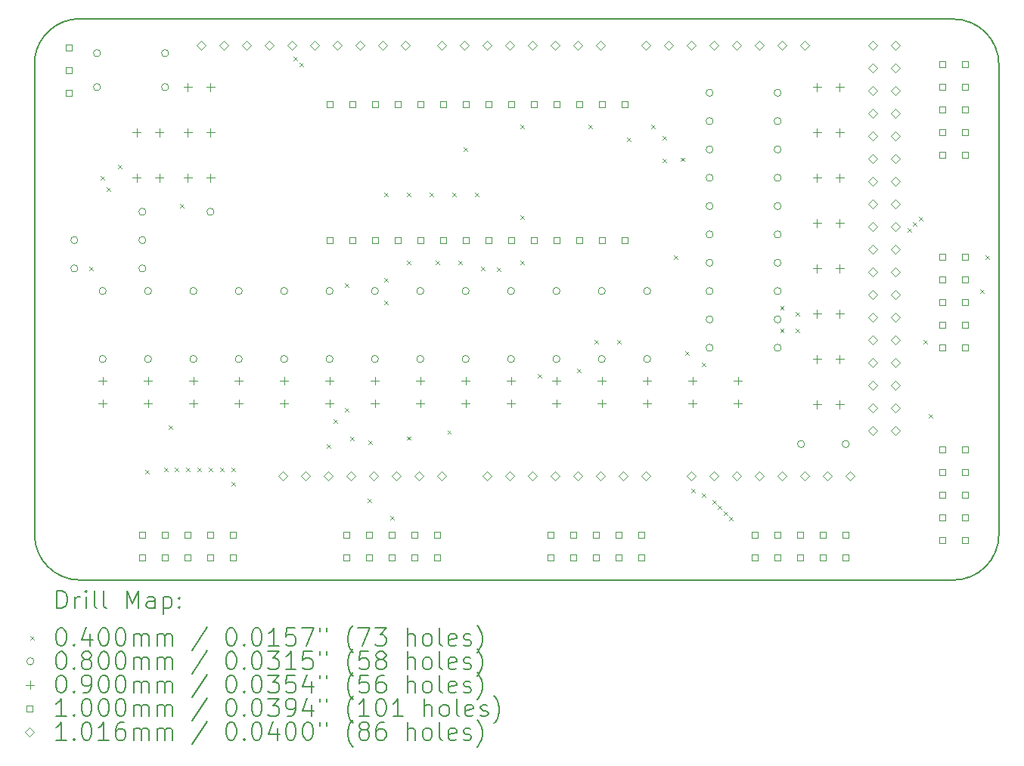
<source format=gbr>
%FSLAX45Y45*%
G04 Gerber Fmt 4.5, Leading zero omitted, Abs format (unit mm)*
G04 Created by KiCad (PCBNEW (6.0.2)) date 2022-03-13 16:00:55*
%MOMM*%
%LPD*%
G01*
G04 APERTURE LIST*
%TA.AperFunction,Profile*%
%ADD10C,0.150000*%
%TD*%
%ADD11C,0.200000*%
%ADD12C,0.040000*%
%ADD13C,0.080000*%
%ADD14C,0.090000*%
%ADD15C,0.100000*%
%ADD16C,0.101600*%
G04 APERTURE END LIST*
D10*
X20637500Y-13081000D02*
G75*
G03*
X21145500Y-12573000I0J508000D01*
G01*
X21145500Y-7302500D02*
G75*
G03*
X20637500Y-6794500I-508000J0D01*
G01*
X10858500Y-6790547D02*
G75*
G03*
X10350500Y-7239000I0J-511953D01*
G01*
X10350500Y-12573000D02*
G75*
G03*
X10858500Y-13081000I508000J0D01*
G01*
X10350500Y-12573000D02*
X10350500Y-7239000D01*
X20637500Y-13081000D02*
X10858500Y-13081000D01*
X21145500Y-7302500D02*
X21145500Y-12573000D01*
X10858500Y-6790547D02*
X20637500Y-6794500D01*
D11*
D12*
X10965500Y-9568500D02*
X11005500Y-9608500D01*
X11005500Y-9568500D02*
X10965500Y-9608500D01*
X11092500Y-8552500D02*
X11132500Y-8592500D01*
X11132500Y-8552500D02*
X11092500Y-8592500D01*
X11156000Y-8679500D02*
X11196000Y-8719500D01*
X11196000Y-8679500D02*
X11156000Y-8719500D01*
X11283000Y-8425500D02*
X11323000Y-8465500D01*
X11323000Y-8425500D02*
X11283000Y-8465500D01*
X11593139Y-11847139D02*
X11633139Y-11887139D01*
X11633139Y-11847139D02*
X11593139Y-11887139D01*
X11802207Y-11820998D02*
X11842207Y-11860998D01*
X11842207Y-11820998D02*
X11802207Y-11860998D01*
X11854500Y-11346500D02*
X11894500Y-11386500D01*
X11894500Y-11346500D02*
X11854500Y-11386500D01*
X11918000Y-11820998D02*
X11958000Y-11860998D01*
X11958000Y-11820998D02*
X11918000Y-11860998D01*
X11981500Y-8870000D02*
X12021500Y-8910000D01*
X12021500Y-8870000D02*
X11981500Y-8910000D01*
X12045000Y-11820998D02*
X12085000Y-11860998D01*
X12085000Y-11820998D02*
X12045000Y-11860998D01*
X12172000Y-11820998D02*
X12212000Y-11860998D01*
X12212000Y-11820998D02*
X12172000Y-11860998D01*
X12299000Y-11820998D02*
X12339000Y-11860998D01*
X12339000Y-11820998D02*
X12299000Y-11860998D01*
X12426000Y-11820998D02*
X12466000Y-11860998D01*
X12466000Y-11820998D02*
X12426000Y-11860998D01*
X12553000Y-11820998D02*
X12593000Y-11860998D01*
X12593000Y-11820998D02*
X12553000Y-11860998D01*
X12553000Y-11981500D02*
X12593000Y-12021500D01*
X12593000Y-11981500D02*
X12553000Y-12021500D01*
X13251500Y-7219000D02*
X13291500Y-7259000D01*
X13291500Y-7219000D02*
X13251500Y-7259000D01*
X13315000Y-7282500D02*
X13355000Y-7322500D01*
X13355000Y-7282500D02*
X13315000Y-7322500D01*
X13621740Y-11561242D02*
X13661740Y-11601242D01*
X13661740Y-11561242D02*
X13621740Y-11601242D01*
X13696000Y-11283000D02*
X13736000Y-11323000D01*
X13736000Y-11283000D02*
X13696000Y-11323000D01*
X13823000Y-9759000D02*
X13863000Y-9799000D01*
X13863000Y-9759000D02*
X13823000Y-9799000D01*
X13823000Y-11156000D02*
X13863000Y-11196000D01*
X13863000Y-11156000D02*
X13823000Y-11196000D01*
X13886500Y-11473500D02*
X13926500Y-11513500D01*
X13926500Y-11473500D02*
X13886500Y-11513500D01*
X14077000Y-12172000D02*
X14117000Y-12212000D01*
X14117000Y-12172000D02*
X14077000Y-12212000D01*
X14085288Y-11516290D02*
X14125288Y-11556290D01*
X14125288Y-11516290D02*
X14085288Y-11556290D01*
X14267500Y-8741435D02*
X14307500Y-8781435D01*
X14307500Y-8741435D02*
X14267500Y-8781435D01*
X14267500Y-9695500D02*
X14307500Y-9735500D01*
X14307500Y-9695500D02*
X14267500Y-9735500D01*
X14267500Y-9949500D02*
X14307500Y-9989500D01*
X14307500Y-9949500D02*
X14267500Y-9989500D01*
X14331000Y-12362500D02*
X14371000Y-12402500D01*
X14371000Y-12362500D02*
X14331000Y-12402500D01*
X14521500Y-8741435D02*
X14561500Y-8781435D01*
X14561500Y-8741435D02*
X14521500Y-8781435D01*
X14521500Y-9505000D02*
X14561500Y-9545000D01*
X14561500Y-9505000D02*
X14521500Y-9545000D01*
X14521500Y-11471338D02*
X14561500Y-11511338D01*
X14561500Y-11471338D02*
X14521500Y-11511338D01*
X14775500Y-8741435D02*
X14815500Y-8781435D01*
X14815500Y-8741435D02*
X14775500Y-8781435D01*
X14839000Y-9505000D02*
X14879000Y-9545000D01*
X14879000Y-9505000D02*
X14839000Y-9545000D01*
X14971500Y-11404500D02*
X15011500Y-11444500D01*
X15011500Y-11404500D02*
X14971500Y-11444500D01*
X15029500Y-8741435D02*
X15069500Y-8781435D01*
X15069500Y-8741435D02*
X15029500Y-8781435D01*
X15093000Y-9505000D02*
X15133000Y-9545000D01*
X15133000Y-9505000D02*
X15093000Y-9545000D01*
X15156500Y-8235000D02*
X15196500Y-8275000D01*
X15196500Y-8235000D02*
X15156500Y-8275000D01*
X15283500Y-8741435D02*
X15323500Y-8781435D01*
X15323500Y-8741435D02*
X15283500Y-8781435D01*
X15347000Y-9568500D02*
X15387000Y-9608500D01*
X15387000Y-9568500D02*
X15347000Y-9608500D01*
X15525091Y-9580909D02*
X15565091Y-9620909D01*
X15565091Y-9580909D02*
X15525091Y-9620909D01*
X15791500Y-7981000D02*
X15831500Y-8021000D01*
X15831500Y-7981000D02*
X15791500Y-8021000D01*
X15791500Y-8997000D02*
X15831500Y-9037000D01*
X15831500Y-8997000D02*
X15791500Y-9037000D01*
X15791500Y-9505000D02*
X15831500Y-9545000D01*
X15831500Y-9505000D02*
X15791500Y-9545000D01*
X15982000Y-10775000D02*
X16022000Y-10815000D01*
X16022000Y-10775000D02*
X15982000Y-10815000D01*
X16426500Y-10711500D02*
X16466500Y-10751500D01*
X16466500Y-10711500D02*
X16426500Y-10751500D01*
X16553500Y-7981000D02*
X16593500Y-8021000D01*
X16593500Y-7981000D02*
X16553500Y-8021000D01*
X16617000Y-10394000D02*
X16657000Y-10434000D01*
X16657000Y-10394000D02*
X16617000Y-10434000D01*
X16871000Y-10394000D02*
X16911000Y-10434000D01*
X16911000Y-10394000D02*
X16871000Y-10434000D01*
X16985591Y-8120409D02*
X17025591Y-8160409D01*
X17025591Y-8120409D02*
X16985591Y-8160409D01*
X17252000Y-7981000D02*
X17292000Y-8021000D01*
X17292000Y-7981000D02*
X17252000Y-8021000D01*
X17379000Y-8108000D02*
X17419000Y-8148000D01*
X17419000Y-8108000D02*
X17379000Y-8148000D01*
X17379000Y-8362000D02*
X17419000Y-8402000D01*
X17419000Y-8362000D02*
X17379000Y-8402000D01*
X17506000Y-9441500D02*
X17546000Y-9481500D01*
X17546000Y-9441500D02*
X17506000Y-9481500D01*
X17584049Y-8347451D02*
X17624049Y-8387451D01*
X17624049Y-8347451D02*
X17584049Y-8387451D01*
X17633000Y-10521000D02*
X17673000Y-10561000D01*
X17673000Y-10521000D02*
X17633000Y-10561000D01*
X17705258Y-12061059D02*
X17745258Y-12101059D01*
X17745258Y-12061059D02*
X17705258Y-12101059D01*
X17823500Y-10648000D02*
X17863500Y-10688000D01*
X17863500Y-10648000D02*
X17823500Y-10688000D01*
X17823500Y-12108500D02*
X17863500Y-12148500D01*
X17863500Y-12108500D02*
X17823500Y-12148500D01*
X17938091Y-12184409D02*
X17978091Y-12224409D01*
X17978091Y-12184409D02*
X17938091Y-12224409D01*
X18001591Y-12247909D02*
X18041591Y-12287909D01*
X18041591Y-12247909D02*
X18001591Y-12287909D01*
X18065091Y-12311409D02*
X18105091Y-12351409D01*
X18105091Y-12311409D02*
X18065091Y-12351409D01*
X18128591Y-12374909D02*
X18168591Y-12414909D01*
X18168591Y-12374909D02*
X18128591Y-12414909D01*
X18699001Y-10013000D02*
X18739001Y-10053000D01*
X18739001Y-10013000D02*
X18699001Y-10053000D01*
X18699001Y-10267000D02*
X18739001Y-10307000D01*
X18739001Y-10267000D02*
X18699001Y-10307000D01*
X18868853Y-10076500D02*
X18908853Y-10116500D01*
X18908853Y-10076500D02*
X18868853Y-10116500D01*
X18868853Y-10262599D02*
X18908853Y-10302599D01*
X18908853Y-10262599D02*
X18868853Y-10302599D01*
X20121909Y-9136409D02*
X20161909Y-9176409D01*
X20161909Y-9136409D02*
X20121909Y-9176409D01*
X20185409Y-9072909D02*
X20225409Y-9112909D01*
X20225409Y-9072909D02*
X20185409Y-9112909D01*
X20248909Y-9009409D02*
X20288909Y-9049409D01*
X20288909Y-9009409D02*
X20248909Y-9049409D01*
X20300000Y-10394000D02*
X20340000Y-10434000D01*
X20340000Y-10394000D02*
X20300000Y-10434000D01*
X20363500Y-11219500D02*
X20403500Y-11259500D01*
X20403500Y-11219500D02*
X20363500Y-11259500D01*
X20935000Y-9822500D02*
X20975000Y-9862500D01*
X20975000Y-9822500D02*
X20935000Y-9862500D01*
X20998500Y-9441500D02*
X21038500Y-9481500D01*
X21038500Y-9441500D02*
X20998500Y-9481500D01*
D13*
X10835000Y-9271000D02*
G75*
G03*
X10835000Y-9271000I-40000J0D01*
G01*
X10835000Y-9588500D02*
G75*
G03*
X10835000Y-9588500I-40000J0D01*
G01*
X11089000Y-7175500D02*
G75*
G03*
X11089000Y-7175500I-40000J0D01*
G01*
X11089000Y-7556500D02*
G75*
G03*
X11089000Y-7556500I-40000J0D01*
G01*
X11152500Y-9842500D02*
G75*
G03*
X11152500Y-9842500I-40000J0D01*
G01*
X11152500Y-10604500D02*
G75*
G03*
X11152500Y-10604500I-40000J0D01*
G01*
X11597000Y-8953500D02*
G75*
G03*
X11597000Y-8953500I-40000J0D01*
G01*
X11597000Y-9271000D02*
G75*
G03*
X11597000Y-9271000I-40000J0D01*
G01*
X11597000Y-9588500D02*
G75*
G03*
X11597000Y-9588500I-40000J0D01*
G01*
X11660500Y-9842500D02*
G75*
G03*
X11660500Y-9842500I-40000J0D01*
G01*
X11660500Y-10604500D02*
G75*
G03*
X11660500Y-10604500I-40000J0D01*
G01*
X11851000Y-7175500D02*
G75*
G03*
X11851000Y-7175500I-40000J0D01*
G01*
X11851000Y-7556500D02*
G75*
G03*
X11851000Y-7556500I-40000J0D01*
G01*
X12168500Y-9842500D02*
G75*
G03*
X12168500Y-9842500I-40000J0D01*
G01*
X12168500Y-10604500D02*
G75*
G03*
X12168500Y-10604500I-40000J0D01*
G01*
X12359000Y-8953500D02*
G75*
G03*
X12359000Y-8953500I-40000J0D01*
G01*
X12676500Y-9842500D02*
G75*
G03*
X12676500Y-9842500I-40000J0D01*
G01*
X12676500Y-10604500D02*
G75*
G03*
X12676500Y-10604500I-40000J0D01*
G01*
X13184500Y-9842500D02*
G75*
G03*
X13184500Y-9842500I-40000J0D01*
G01*
X13184500Y-10604500D02*
G75*
G03*
X13184500Y-10604500I-40000J0D01*
G01*
X13692500Y-9842500D02*
G75*
G03*
X13692500Y-9842500I-40000J0D01*
G01*
X13692500Y-10604500D02*
G75*
G03*
X13692500Y-10604500I-40000J0D01*
G01*
X14200500Y-9842500D02*
G75*
G03*
X14200500Y-9842500I-40000J0D01*
G01*
X14200500Y-10604500D02*
G75*
G03*
X14200500Y-10604500I-40000J0D01*
G01*
X14708500Y-9842500D02*
G75*
G03*
X14708500Y-9842500I-40000J0D01*
G01*
X14708500Y-10604500D02*
G75*
G03*
X14708500Y-10604500I-40000J0D01*
G01*
X15216500Y-9842500D02*
G75*
G03*
X15216500Y-9842500I-40000J0D01*
G01*
X15216500Y-10604500D02*
G75*
G03*
X15216500Y-10604500I-40000J0D01*
G01*
X15724500Y-9842500D02*
G75*
G03*
X15724500Y-9842500I-40000J0D01*
G01*
X15724500Y-10604500D02*
G75*
G03*
X15724500Y-10604500I-40000J0D01*
G01*
X16232500Y-9842500D02*
G75*
G03*
X16232500Y-9842500I-40000J0D01*
G01*
X16232500Y-10604500D02*
G75*
G03*
X16232500Y-10604500I-40000J0D01*
G01*
X16740500Y-9842500D02*
G75*
G03*
X16740500Y-9842500I-40000J0D01*
G01*
X16740500Y-10604500D02*
G75*
G03*
X16740500Y-10604500I-40000J0D01*
G01*
X17248500Y-9842500D02*
G75*
G03*
X17248500Y-9842500I-40000J0D01*
G01*
X17248500Y-10604500D02*
G75*
G03*
X17248500Y-10604500I-40000J0D01*
G01*
X17947000Y-7620000D02*
G75*
G03*
X17947000Y-7620000I-40000J0D01*
G01*
X17947000Y-7937500D02*
G75*
G03*
X17947000Y-7937500I-40000J0D01*
G01*
X17947000Y-8255000D02*
G75*
G03*
X17947000Y-8255000I-40000J0D01*
G01*
X17947000Y-8572500D02*
G75*
G03*
X17947000Y-8572500I-40000J0D01*
G01*
X17947000Y-8890000D02*
G75*
G03*
X17947000Y-8890000I-40000J0D01*
G01*
X17947000Y-9207500D02*
G75*
G03*
X17947000Y-9207500I-40000J0D01*
G01*
X17947000Y-9525000D02*
G75*
G03*
X17947000Y-9525000I-40000J0D01*
G01*
X17947000Y-9842500D02*
G75*
G03*
X17947000Y-9842500I-40000J0D01*
G01*
X17947000Y-10160000D02*
G75*
G03*
X17947000Y-10160000I-40000J0D01*
G01*
X17947000Y-10477500D02*
G75*
G03*
X17947000Y-10477500I-40000J0D01*
G01*
X18709000Y-7620000D02*
G75*
G03*
X18709000Y-7620000I-40000J0D01*
G01*
X18709000Y-7937500D02*
G75*
G03*
X18709000Y-7937500I-40000J0D01*
G01*
X18709000Y-8255000D02*
G75*
G03*
X18709000Y-8255000I-40000J0D01*
G01*
X18709000Y-8572500D02*
G75*
G03*
X18709000Y-8572500I-40000J0D01*
G01*
X18709000Y-8890000D02*
G75*
G03*
X18709000Y-8890000I-40000J0D01*
G01*
X18709000Y-9207500D02*
G75*
G03*
X18709000Y-9207500I-40000J0D01*
G01*
X18709000Y-9525000D02*
G75*
G03*
X18709000Y-9525000I-40000J0D01*
G01*
X18709000Y-9842500D02*
G75*
G03*
X18709000Y-9842500I-40000J0D01*
G01*
X18709000Y-10160000D02*
G75*
G03*
X18709000Y-10160000I-40000J0D01*
G01*
X18709000Y-10477500D02*
G75*
G03*
X18709000Y-10477500I-40000J0D01*
G01*
X18971000Y-11557000D02*
G75*
G03*
X18971000Y-11557000I-40000J0D01*
G01*
X19471000Y-11557000D02*
G75*
G03*
X19471000Y-11557000I-40000J0D01*
G01*
D14*
X11112500Y-10802000D02*
X11112500Y-10892000D01*
X11067500Y-10847000D02*
X11157500Y-10847000D01*
X11112500Y-11056000D02*
X11112500Y-11146000D01*
X11067500Y-11101000D02*
X11157500Y-11101000D01*
X11493500Y-8019500D02*
X11493500Y-8109500D01*
X11448500Y-8064500D02*
X11538500Y-8064500D01*
X11493500Y-8527500D02*
X11493500Y-8617500D01*
X11448500Y-8572500D02*
X11538500Y-8572500D01*
X11620500Y-10802500D02*
X11620500Y-10892500D01*
X11575500Y-10847500D02*
X11665500Y-10847500D01*
X11620500Y-11056500D02*
X11620500Y-11146500D01*
X11575500Y-11101500D02*
X11665500Y-11101500D01*
X11747500Y-8019500D02*
X11747500Y-8109500D01*
X11702500Y-8064500D02*
X11792500Y-8064500D01*
X11747500Y-8527500D02*
X11747500Y-8617500D01*
X11702500Y-8572500D02*
X11792500Y-8572500D01*
X12065000Y-7511500D02*
X12065000Y-7601500D01*
X12020000Y-7556500D02*
X12110000Y-7556500D01*
X12065000Y-8019500D02*
X12065000Y-8109500D01*
X12020000Y-8064500D02*
X12110000Y-8064500D01*
X12065000Y-8527500D02*
X12065000Y-8617500D01*
X12020000Y-8572500D02*
X12110000Y-8572500D01*
X12128500Y-10802500D02*
X12128500Y-10892500D01*
X12083500Y-10847500D02*
X12173500Y-10847500D01*
X12128500Y-11056500D02*
X12128500Y-11146500D01*
X12083500Y-11101500D02*
X12173500Y-11101500D01*
X12319000Y-7511500D02*
X12319000Y-7601500D01*
X12274000Y-7556500D02*
X12364000Y-7556500D01*
X12319000Y-8019500D02*
X12319000Y-8109500D01*
X12274000Y-8064500D02*
X12364000Y-8064500D01*
X12319000Y-8527500D02*
X12319000Y-8617500D01*
X12274000Y-8572500D02*
X12364000Y-8572500D01*
X12636500Y-10802000D02*
X12636500Y-10892000D01*
X12591500Y-10847000D02*
X12681500Y-10847000D01*
X12636500Y-11056000D02*
X12636500Y-11146000D01*
X12591500Y-11101000D02*
X12681500Y-11101000D01*
X13144500Y-10802500D02*
X13144500Y-10892500D01*
X13099500Y-10847500D02*
X13189500Y-10847500D01*
X13144500Y-11056500D02*
X13144500Y-11146500D01*
X13099500Y-11101500D02*
X13189500Y-11101500D01*
X13652500Y-10802000D02*
X13652500Y-10892000D01*
X13607500Y-10847000D02*
X13697500Y-10847000D01*
X13652500Y-11056000D02*
X13652500Y-11146000D01*
X13607500Y-11101000D02*
X13697500Y-11101000D01*
X14160500Y-10802000D02*
X14160500Y-10892000D01*
X14115500Y-10847000D02*
X14205500Y-10847000D01*
X14160500Y-11056000D02*
X14160500Y-11146000D01*
X14115500Y-11101000D02*
X14205500Y-11101000D01*
X14668500Y-10802500D02*
X14668500Y-10892500D01*
X14623500Y-10847500D02*
X14713500Y-10847500D01*
X14668500Y-11056500D02*
X14668500Y-11146500D01*
X14623500Y-11101500D02*
X14713500Y-11101500D01*
X15176500Y-10802500D02*
X15176500Y-10892500D01*
X15131500Y-10847500D02*
X15221500Y-10847500D01*
X15176500Y-11056500D02*
X15176500Y-11146500D01*
X15131500Y-11101500D02*
X15221500Y-11101500D01*
X15684500Y-10802500D02*
X15684500Y-10892500D01*
X15639500Y-10847500D02*
X15729500Y-10847500D01*
X15684500Y-11056500D02*
X15684500Y-11146500D01*
X15639500Y-11101500D02*
X15729500Y-11101500D01*
X16192500Y-10802500D02*
X16192500Y-10892500D01*
X16147500Y-10847500D02*
X16237500Y-10847500D01*
X16192500Y-11056500D02*
X16192500Y-11146500D01*
X16147500Y-11101500D02*
X16237500Y-11101500D01*
X16700500Y-10802500D02*
X16700500Y-10892500D01*
X16655500Y-10847500D02*
X16745500Y-10847500D01*
X16700500Y-11056500D02*
X16700500Y-11146500D01*
X16655500Y-11101500D02*
X16745500Y-11101500D01*
X17208500Y-10802500D02*
X17208500Y-10892500D01*
X17163500Y-10847500D02*
X17253500Y-10847500D01*
X17208500Y-11056500D02*
X17208500Y-11146500D01*
X17163500Y-11101500D02*
X17253500Y-11101500D01*
X17716500Y-10802500D02*
X17716500Y-10892500D01*
X17671500Y-10847500D02*
X17761500Y-10847500D01*
X17716500Y-11056500D02*
X17716500Y-11146500D01*
X17671500Y-11101500D02*
X17761500Y-11101500D01*
X18224500Y-10802500D02*
X18224500Y-10892500D01*
X18179500Y-10847500D02*
X18269500Y-10847500D01*
X18224500Y-11056500D02*
X18224500Y-11146500D01*
X18179500Y-11101500D02*
X18269500Y-11101500D01*
X19110726Y-10560886D02*
X19110726Y-10650886D01*
X19065726Y-10605886D02*
X19155726Y-10605886D01*
X19111226Y-7512886D02*
X19111226Y-7602886D01*
X19066226Y-7557886D02*
X19156226Y-7557886D01*
X19111226Y-8020886D02*
X19111226Y-8110886D01*
X19066226Y-8065886D02*
X19156226Y-8065886D01*
X19111226Y-8528886D02*
X19111226Y-8618886D01*
X19066226Y-8573886D02*
X19156226Y-8573886D01*
X19111226Y-9036886D02*
X19111226Y-9126886D01*
X19066226Y-9081886D02*
X19156226Y-9081886D01*
X19111226Y-9544886D02*
X19111226Y-9634886D01*
X19066226Y-9589886D02*
X19156226Y-9589886D01*
X19111226Y-10052886D02*
X19111226Y-10142886D01*
X19066226Y-10097886D02*
X19156226Y-10097886D01*
X19111226Y-11068886D02*
X19111226Y-11158886D01*
X19066226Y-11113886D02*
X19156226Y-11113886D01*
X19364726Y-10560886D02*
X19364726Y-10650886D01*
X19319726Y-10605886D02*
X19409726Y-10605886D01*
X19365226Y-7512886D02*
X19365226Y-7602886D01*
X19320226Y-7557886D02*
X19410226Y-7557886D01*
X19365226Y-8020886D02*
X19365226Y-8110886D01*
X19320226Y-8065886D02*
X19410226Y-8065886D01*
X19365226Y-8528886D02*
X19365226Y-8618886D01*
X19320226Y-8573886D02*
X19410226Y-8573886D01*
X19365226Y-9036886D02*
X19365226Y-9126886D01*
X19320226Y-9081886D02*
X19410226Y-9081886D01*
X19365226Y-9544886D02*
X19365226Y-9634886D01*
X19320226Y-9589886D02*
X19410226Y-9589886D01*
X19365226Y-10052886D02*
X19365226Y-10142886D01*
X19320226Y-10097886D02*
X19410226Y-10097886D01*
X19365226Y-11068886D02*
X19365226Y-11158886D01*
X19320226Y-11113886D02*
X19410226Y-11113886D01*
D15*
X10766856Y-7147356D02*
X10766856Y-7076644D01*
X10696144Y-7076644D01*
X10696144Y-7147356D01*
X10766856Y-7147356D01*
X10766856Y-7401356D02*
X10766856Y-7330644D01*
X10696144Y-7330644D01*
X10696144Y-7401356D01*
X10766856Y-7401356D01*
X10766856Y-7655356D02*
X10766856Y-7584644D01*
X10696144Y-7584644D01*
X10696144Y-7655356D01*
X10766856Y-7655356D01*
X11591856Y-12608356D02*
X11591856Y-12537644D01*
X11521144Y-12537644D01*
X11521144Y-12608356D01*
X11591856Y-12608356D01*
X11591856Y-12862356D02*
X11591856Y-12791644D01*
X11521144Y-12791644D01*
X11521144Y-12862356D01*
X11591856Y-12862356D01*
X11845856Y-12608356D02*
X11845856Y-12537644D01*
X11775144Y-12537644D01*
X11775144Y-12608356D01*
X11845856Y-12608356D01*
X11845856Y-12862356D02*
X11845856Y-12791644D01*
X11775144Y-12791644D01*
X11775144Y-12862356D01*
X11845856Y-12862356D01*
X12099856Y-12608356D02*
X12099856Y-12537644D01*
X12029144Y-12537644D01*
X12029144Y-12608356D01*
X12099856Y-12608356D01*
X12099856Y-12862356D02*
X12099856Y-12791644D01*
X12029144Y-12791644D01*
X12029144Y-12862356D01*
X12099856Y-12862356D01*
X12353856Y-12608356D02*
X12353856Y-12537644D01*
X12283144Y-12537644D01*
X12283144Y-12608356D01*
X12353856Y-12608356D01*
X12353856Y-12862356D02*
X12353856Y-12791644D01*
X12283144Y-12791644D01*
X12283144Y-12862356D01*
X12353856Y-12862356D01*
X12607856Y-12608356D02*
X12607856Y-12537644D01*
X12537144Y-12537644D01*
X12537144Y-12608356D01*
X12607856Y-12608356D01*
X12607856Y-12862356D02*
X12607856Y-12791644D01*
X12537144Y-12791644D01*
X12537144Y-12862356D01*
X12607856Y-12862356D01*
X13687856Y-7782356D02*
X13687856Y-7711644D01*
X13617144Y-7711644D01*
X13617144Y-7782356D01*
X13687856Y-7782356D01*
X13687856Y-9306356D02*
X13687856Y-9235644D01*
X13617144Y-9235644D01*
X13617144Y-9306356D01*
X13687856Y-9306356D01*
X13877856Y-12608356D02*
X13877856Y-12537644D01*
X13807144Y-12537644D01*
X13807144Y-12608356D01*
X13877856Y-12608356D01*
X13877856Y-12862356D02*
X13877856Y-12791644D01*
X13807144Y-12791644D01*
X13807144Y-12862356D01*
X13877856Y-12862356D01*
X13941856Y-7782356D02*
X13941856Y-7711644D01*
X13871144Y-7711644D01*
X13871144Y-7782356D01*
X13941856Y-7782356D01*
X13941856Y-9306356D02*
X13941856Y-9235644D01*
X13871144Y-9235644D01*
X13871144Y-9306356D01*
X13941856Y-9306356D01*
X14131856Y-12608356D02*
X14131856Y-12537644D01*
X14061144Y-12537644D01*
X14061144Y-12608356D01*
X14131856Y-12608356D01*
X14131856Y-12862356D02*
X14131856Y-12791644D01*
X14061144Y-12791644D01*
X14061144Y-12862356D01*
X14131856Y-12862356D01*
X14195856Y-7782356D02*
X14195856Y-7711644D01*
X14125144Y-7711644D01*
X14125144Y-7782356D01*
X14195856Y-7782356D01*
X14195856Y-9306356D02*
X14195856Y-9235644D01*
X14125144Y-9235644D01*
X14125144Y-9306356D01*
X14195856Y-9306356D01*
X14385856Y-12608356D02*
X14385856Y-12537644D01*
X14315144Y-12537644D01*
X14315144Y-12608356D01*
X14385856Y-12608356D01*
X14385856Y-12862356D02*
X14385856Y-12791644D01*
X14315144Y-12791644D01*
X14315144Y-12862356D01*
X14385856Y-12862356D01*
X14449856Y-7782356D02*
X14449856Y-7711644D01*
X14379144Y-7711644D01*
X14379144Y-7782356D01*
X14449856Y-7782356D01*
X14449856Y-9306356D02*
X14449856Y-9235644D01*
X14379144Y-9235644D01*
X14379144Y-9306356D01*
X14449856Y-9306356D01*
X14639856Y-12608356D02*
X14639856Y-12537644D01*
X14569144Y-12537644D01*
X14569144Y-12608356D01*
X14639856Y-12608356D01*
X14639856Y-12862356D02*
X14639856Y-12791644D01*
X14569144Y-12791644D01*
X14569144Y-12862356D01*
X14639856Y-12862356D01*
X14703856Y-7782356D02*
X14703856Y-7711644D01*
X14633144Y-7711644D01*
X14633144Y-7782356D01*
X14703856Y-7782356D01*
X14703856Y-9306356D02*
X14703856Y-9235644D01*
X14633144Y-9235644D01*
X14633144Y-9306356D01*
X14703856Y-9306356D01*
X14893856Y-12608356D02*
X14893856Y-12537644D01*
X14823144Y-12537644D01*
X14823144Y-12608356D01*
X14893856Y-12608356D01*
X14893856Y-12862356D02*
X14893856Y-12791644D01*
X14823144Y-12791644D01*
X14823144Y-12862356D01*
X14893856Y-12862356D01*
X14957856Y-7782356D02*
X14957856Y-7711644D01*
X14887144Y-7711644D01*
X14887144Y-7782356D01*
X14957856Y-7782356D01*
X14957856Y-9306356D02*
X14957856Y-9235644D01*
X14887144Y-9235644D01*
X14887144Y-9306356D01*
X14957856Y-9306356D01*
X15211856Y-7782356D02*
X15211856Y-7711644D01*
X15141144Y-7711644D01*
X15141144Y-7782356D01*
X15211856Y-7782356D01*
X15211856Y-9306356D02*
X15211856Y-9235644D01*
X15141144Y-9235644D01*
X15141144Y-9306356D01*
X15211856Y-9306356D01*
X15465856Y-7782356D02*
X15465856Y-7711644D01*
X15395144Y-7711644D01*
X15395144Y-7782356D01*
X15465856Y-7782356D01*
X15465856Y-9306356D02*
X15465856Y-9235644D01*
X15395144Y-9235644D01*
X15395144Y-9306356D01*
X15465856Y-9306356D01*
X15719856Y-7782356D02*
X15719856Y-7711644D01*
X15649144Y-7711644D01*
X15649144Y-7782356D01*
X15719856Y-7782356D01*
X15719856Y-9306356D02*
X15719856Y-9235644D01*
X15649144Y-9235644D01*
X15649144Y-9306356D01*
X15719856Y-9306356D01*
X15973856Y-7782356D02*
X15973856Y-7711644D01*
X15903144Y-7711644D01*
X15903144Y-7782356D01*
X15973856Y-7782356D01*
X15973856Y-9306356D02*
X15973856Y-9235644D01*
X15903144Y-9235644D01*
X15903144Y-9306356D01*
X15973856Y-9306356D01*
X16163856Y-12608356D02*
X16163856Y-12537644D01*
X16093144Y-12537644D01*
X16093144Y-12608356D01*
X16163856Y-12608356D01*
X16163856Y-12862356D02*
X16163856Y-12791644D01*
X16093144Y-12791644D01*
X16093144Y-12862356D01*
X16163856Y-12862356D01*
X16227856Y-7782356D02*
X16227856Y-7711644D01*
X16157144Y-7711644D01*
X16157144Y-7782356D01*
X16227856Y-7782356D01*
X16227856Y-9306356D02*
X16227856Y-9235644D01*
X16157144Y-9235644D01*
X16157144Y-9306356D01*
X16227856Y-9306356D01*
X16417856Y-12608356D02*
X16417856Y-12537644D01*
X16347144Y-12537644D01*
X16347144Y-12608356D01*
X16417856Y-12608356D01*
X16417856Y-12862356D02*
X16417856Y-12791644D01*
X16347144Y-12791644D01*
X16347144Y-12862356D01*
X16417856Y-12862356D01*
X16481856Y-7782356D02*
X16481856Y-7711644D01*
X16411144Y-7711644D01*
X16411144Y-7782356D01*
X16481856Y-7782356D01*
X16481856Y-9306356D02*
X16481856Y-9235644D01*
X16411144Y-9235644D01*
X16411144Y-9306356D01*
X16481856Y-9306356D01*
X16671856Y-12608356D02*
X16671856Y-12537644D01*
X16601144Y-12537644D01*
X16601144Y-12608356D01*
X16671856Y-12608356D01*
X16671856Y-12862356D02*
X16671856Y-12791644D01*
X16601144Y-12791644D01*
X16601144Y-12862356D01*
X16671856Y-12862356D01*
X16735856Y-7782356D02*
X16735856Y-7711644D01*
X16665144Y-7711644D01*
X16665144Y-7782356D01*
X16735856Y-7782356D01*
X16735856Y-9306356D02*
X16735856Y-9235644D01*
X16665144Y-9235644D01*
X16665144Y-9306356D01*
X16735856Y-9306356D01*
X16925856Y-12608356D02*
X16925856Y-12537644D01*
X16855144Y-12537644D01*
X16855144Y-12608356D01*
X16925856Y-12608356D01*
X16925856Y-12862356D02*
X16925856Y-12791644D01*
X16855144Y-12791644D01*
X16855144Y-12862356D01*
X16925856Y-12862356D01*
X16989856Y-7782356D02*
X16989856Y-7711644D01*
X16919144Y-7711644D01*
X16919144Y-7782356D01*
X16989856Y-7782356D01*
X16989856Y-9306356D02*
X16989856Y-9235644D01*
X16919144Y-9235644D01*
X16919144Y-9306356D01*
X16989856Y-9306356D01*
X17179856Y-12608356D02*
X17179856Y-12537644D01*
X17109144Y-12537644D01*
X17109144Y-12608356D01*
X17179856Y-12608356D01*
X17179856Y-12862356D02*
X17179856Y-12791644D01*
X17109144Y-12791644D01*
X17109144Y-12862356D01*
X17179856Y-12862356D01*
X18450356Y-12608356D02*
X18450356Y-12537644D01*
X18379644Y-12537644D01*
X18379644Y-12608356D01*
X18450356Y-12608356D01*
X18450356Y-12862356D02*
X18450356Y-12791644D01*
X18379644Y-12791644D01*
X18379644Y-12862356D01*
X18450356Y-12862356D01*
X18704356Y-12608356D02*
X18704356Y-12537644D01*
X18633644Y-12537644D01*
X18633644Y-12608356D01*
X18704356Y-12608356D01*
X18704356Y-12862356D02*
X18704356Y-12791644D01*
X18633644Y-12791644D01*
X18633644Y-12862356D01*
X18704356Y-12862356D01*
X18958356Y-12608356D02*
X18958356Y-12537644D01*
X18887644Y-12537644D01*
X18887644Y-12608356D01*
X18958356Y-12608356D01*
X18958356Y-12862356D02*
X18958356Y-12791644D01*
X18887644Y-12791644D01*
X18887644Y-12862356D01*
X18958356Y-12862356D01*
X19212356Y-12608356D02*
X19212356Y-12537644D01*
X19141644Y-12537644D01*
X19141644Y-12608356D01*
X19212356Y-12608356D01*
X19212356Y-12862356D02*
X19212356Y-12791644D01*
X19141644Y-12791644D01*
X19141644Y-12862356D01*
X19212356Y-12862356D01*
X19466356Y-12608356D02*
X19466356Y-12537644D01*
X19395644Y-12537644D01*
X19395644Y-12608356D01*
X19466356Y-12608356D01*
X19466356Y-12862356D02*
X19466356Y-12791644D01*
X19395644Y-12791644D01*
X19395644Y-12862356D01*
X19466356Y-12862356D01*
X20545856Y-7337856D02*
X20545856Y-7267144D01*
X20475144Y-7267144D01*
X20475144Y-7337856D01*
X20545856Y-7337856D01*
X20545856Y-7591856D02*
X20545856Y-7521144D01*
X20475144Y-7521144D01*
X20475144Y-7591856D01*
X20545856Y-7591856D01*
X20545856Y-7845856D02*
X20545856Y-7775144D01*
X20475144Y-7775144D01*
X20475144Y-7845856D01*
X20545856Y-7845856D01*
X20545856Y-8099856D02*
X20545856Y-8029144D01*
X20475144Y-8029144D01*
X20475144Y-8099856D01*
X20545856Y-8099856D01*
X20545856Y-8353856D02*
X20545856Y-8283144D01*
X20475144Y-8283144D01*
X20475144Y-8353856D01*
X20545856Y-8353856D01*
X20545856Y-9496856D02*
X20545856Y-9426144D01*
X20475144Y-9426144D01*
X20475144Y-9496856D01*
X20545856Y-9496856D01*
X20545856Y-9750856D02*
X20545856Y-9680144D01*
X20475144Y-9680144D01*
X20475144Y-9750856D01*
X20545856Y-9750856D01*
X20545856Y-10004856D02*
X20545856Y-9934144D01*
X20475144Y-9934144D01*
X20475144Y-10004856D01*
X20545856Y-10004856D01*
X20545856Y-10258856D02*
X20545856Y-10188144D01*
X20475144Y-10188144D01*
X20475144Y-10258856D01*
X20545856Y-10258856D01*
X20545856Y-10512856D02*
X20545856Y-10442144D01*
X20475144Y-10442144D01*
X20475144Y-10512856D01*
X20545856Y-10512856D01*
X20545856Y-11655856D02*
X20545856Y-11585144D01*
X20475144Y-11585144D01*
X20475144Y-11655856D01*
X20545856Y-11655856D01*
X20545856Y-11909856D02*
X20545856Y-11839144D01*
X20475144Y-11839144D01*
X20475144Y-11909856D01*
X20545856Y-11909856D01*
X20545856Y-12163856D02*
X20545856Y-12093144D01*
X20475144Y-12093144D01*
X20475144Y-12163856D01*
X20545856Y-12163856D01*
X20545856Y-12417856D02*
X20545856Y-12347144D01*
X20475144Y-12347144D01*
X20475144Y-12417856D01*
X20545856Y-12417856D01*
X20545856Y-12671856D02*
X20545856Y-12601144D01*
X20475144Y-12601144D01*
X20475144Y-12671856D01*
X20545856Y-12671856D01*
X20799856Y-7337856D02*
X20799856Y-7267144D01*
X20729144Y-7267144D01*
X20729144Y-7337856D01*
X20799856Y-7337856D01*
X20799856Y-7591856D02*
X20799856Y-7521144D01*
X20729144Y-7521144D01*
X20729144Y-7591856D01*
X20799856Y-7591856D01*
X20799856Y-7845856D02*
X20799856Y-7775144D01*
X20729144Y-7775144D01*
X20729144Y-7845856D01*
X20799856Y-7845856D01*
X20799856Y-8099856D02*
X20799856Y-8029144D01*
X20729144Y-8029144D01*
X20729144Y-8099856D01*
X20799856Y-8099856D01*
X20799856Y-8353856D02*
X20799856Y-8283144D01*
X20729144Y-8283144D01*
X20729144Y-8353856D01*
X20799856Y-8353856D01*
X20799856Y-9496856D02*
X20799856Y-9426144D01*
X20729144Y-9426144D01*
X20729144Y-9496856D01*
X20799856Y-9496856D01*
X20799856Y-9750856D02*
X20799856Y-9680144D01*
X20729144Y-9680144D01*
X20729144Y-9750856D01*
X20799856Y-9750856D01*
X20799856Y-10004856D02*
X20799856Y-9934144D01*
X20729144Y-9934144D01*
X20729144Y-10004856D01*
X20799856Y-10004856D01*
X20799856Y-10258856D02*
X20799856Y-10188144D01*
X20729144Y-10188144D01*
X20729144Y-10258856D01*
X20799856Y-10258856D01*
X20799856Y-10512856D02*
X20799856Y-10442144D01*
X20729144Y-10442144D01*
X20729144Y-10512856D01*
X20799856Y-10512856D01*
X20799856Y-11655856D02*
X20799856Y-11585144D01*
X20729144Y-11585144D01*
X20729144Y-11655856D01*
X20799856Y-11655856D01*
X20799856Y-11909856D02*
X20799856Y-11839144D01*
X20729144Y-11839144D01*
X20729144Y-11909856D01*
X20799856Y-11909856D01*
X20799856Y-12163856D02*
X20799856Y-12093144D01*
X20729144Y-12093144D01*
X20729144Y-12163856D01*
X20799856Y-12163856D01*
X20799856Y-12417856D02*
X20799856Y-12347144D01*
X20729144Y-12347144D01*
X20729144Y-12417856D01*
X20799856Y-12417856D01*
X20799856Y-12671856D02*
X20799856Y-12601144D01*
X20729144Y-12601144D01*
X20729144Y-12671856D01*
X20799856Y-12671856D01*
D16*
X12217400Y-7137400D02*
X12268200Y-7086600D01*
X12217400Y-7035800D01*
X12166600Y-7086600D01*
X12217400Y-7137400D01*
X12471400Y-7137400D02*
X12522200Y-7086600D01*
X12471400Y-7035800D01*
X12420600Y-7086600D01*
X12471400Y-7137400D01*
X12725400Y-7137400D02*
X12776200Y-7086600D01*
X12725400Y-7035800D01*
X12674600Y-7086600D01*
X12725400Y-7137400D01*
X12979400Y-7137400D02*
X13030200Y-7086600D01*
X12979400Y-7035800D01*
X12928600Y-7086600D01*
X12979400Y-7137400D01*
X13131800Y-11963400D02*
X13182600Y-11912600D01*
X13131800Y-11861800D01*
X13081000Y-11912600D01*
X13131800Y-11963400D01*
X13233400Y-7137400D02*
X13284200Y-7086600D01*
X13233400Y-7035800D01*
X13182600Y-7086600D01*
X13233400Y-7137400D01*
X13385800Y-11963400D02*
X13436600Y-11912600D01*
X13385800Y-11861800D01*
X13335000Y-11912600D01*
X13385800Y-11963400D01*
X13487400Y-7137400D02*
X13538200Y-7086600D01*
X13487400Y-7035800D01*
X13436600Y-7086600D01*
X13487400Y-7137400D01*
X13639800Y-11963400D02*
X13690600Y-11912600D01*
X13639800Y-11861800D01*
X13589000Y-11912600D01*
X13639800Y-11963400D01*
X13741400Y-7137400D02*
X13792200Y-7086600D01*
X13741400Y-7035800D01*
X13690600Y-7086600D01*
X13741400Y-7137400D01*
X13893800Y-11963400D02*
X13944600Y-11912600D01*
X13893800Y-11861800D01*
X13843000Y-11912600D01*
X13893800Y-11963400D01*
X13995400Y-7137400D02*
X14046200Y-7086600D01*
X13995400Y-7035800D01*
X13944600Y-7086600D01*
X13995400Y-7137400D01*
X14147800Y-11963400D02*
X14198600Y-11912600D01*
X14147800Y-11861800D01*
X14097000Y-11912600D01*
X14147800Y-11963400D01*
X14249400Y-7137400D02*
X14300200Y-7086600D01*
X14249400Y-7035800D01*
X14198600Y-7086600D01*
X14249400Y-7137400D01*
X14401800Y-11963400D02*
X14452600Y-11912600D01*
X14401800Y-11861800D01*
X14351000Y-11912600D01*
X14401800Y-11963400D01*
X14503400Y-7137400D02*
X14554200Y-7086600D01*
X14503400Y-7035800D01*
X14452600Y-7086600D01*
X14503400Y-7137400D01*
X14655800Y-11963400D02*
X14706600Y-11912600D01*
X14655800Y-11861800D01*
X14605000Y-11912600D01*
X14655800Y-11963400D01*
X14909800Y-7137400D02*
X14960600Y-7086600D01*
X14909800Y-7035800D01*
X14859000Y-7086600D01*
X14909800Y-7137400D01*
X14909800Y-11963400D02*
X14960600Y-11912600D01*
X14909800Y-11861800D01*
X14859000Y-11912600D01*
X14909800Y-11963400D01*
X15163800Y-7137400D02*
X15214600Y-7086600D01*
X15163800Y-7035800D01*
X15113000Y-7086600D01*
X15163800Y-7137400D01*
X15417800Y-7137400D02*
X15468600Y-7086600D01*
X15417800Y-7035800D01*
X15367000Y-7086600D01*
X15417800Y-7137400D01*
X15417800Y-11963400D02*
X15468600Y-11912600D01*
X15417800Y-11861800D01*
X15367000Y-11912600D01*
X15417800Y-11963400D01*
X15671800Y-7137400D02*
X15722600Y-7086600D01*
X15671800Y-7035800D01*
X15621000Y-7086600D01*
X15671800Y-7137400D01*
X15671800Y-11963400D02*
X15722600Y-11912600D01*
X15671800Y-11861800D01*
X15621000Y-11912600D01*
X15671800Y-11963400D01*
X15925800Y-7137400D02*
X15976600Y-7086600D01*
X15925800Y-7035800D01*
X15875000Y-7086600D01*
X15925800Y-7137400D01*
X15925800Y-11963400D02*
X15976600Y-11912600D01*
X15925800Y-11861800D01*
X15875000Y-11912600D01*
X15925800Y-11963400D01*
X16179800Y-7137400D02*
X16230600Y-7086600D01*
X16179800Y-7035800D01*
X16129000Y-7086600D01*
X16179800Y-7137400D01*
X16179800Y-11963400D02*
X16230600Y-11912600D01*
X16179800Y-11861800D01*
X16129000Y-11912600D01*
X16179800Y-11963400D01*
X16433800Y-7137400D02*
X16484600Y-7086600D01*
X16433800Y-7035800D01*
X16383000Y-7086600D01*
X16433800Y-7137400D01*
X16433800Y-11963400D02*
X16484600Y-11912600D01*
X16433800Y-11861800D01*
X16383000Y-11912600D01*
X16433800Y-11963400D01*
X16687800Y-7137400D02*
X16738600Y-7086600D01*
X16687800Y-7035800D01*
X16637000Y-7086600D01*
X16687800Y-7137400D01*
X16687800Y-11963400D02*
X16738600Y-11912600D01*
X16687800Y-11861800D01*
X16637000Y-11912600D01*
X16687800Y-11963400D01*
X16941800Y-11963400D02*
X16992600Y-11912600D01*
X16941800Y-11861800D01*
X16891000Y-11912600D01*
X16941800Y-11963400D01*
X17195800Y-7137400D02*
X17246600Y-7086600D01*
X17195800Y-7035800D01*
X17145000Y-7086600D01*
X17195800Y-7137400D01*
X17195800Y-11963400D02*
X17246600Y-11912600D01*
X17195800Y-11861800D01*
X17145000Y-11912600D01*
X17195800Y-11963400D01*
X17449800Y-7137400D02*
X17500600Y-7086600D01*
X17449800Y-7035800D01*
X17399000Y-7086600D01*
X17449800Y-7137400D01*
X17703800Y-7137400D02*
X17754600Y-7086600D01*
X17703800Y-7035800D01*
X17653000Y-7086600D01*
X17703800Y-7137400D01*
X17703800Y-11963400D02*
X17754600Y-11912600D01*
X17703800Y-11861800D01*
X17653000Y-11912600D01*
X17703800Y-11963400D01*
X17957800Y-7137400D02*
X18008600Y-7086600D01*
X17957800Y-7035800D01*
X17907000Y-7086600D01*
X17957800Y-7137400D01*
X17957800Y-11963400D02*
X18008600Y-11912600D01*
X17957800Y-11861800D01*
X17907000Y-11912600D01*
X17957800Y-11963400D01*
X18211800Y-7137400D02*
X18262600Y-7086600D01*
X18211800Y-7035800D01*
X18161000Y-7086600D01*
X18211800Y-7137400D01*
X18211800Y-11963400D02*
X18262600Y-11912600D01*
X18211800Y-11861800D01*
X18161000Y-11912600D01*
X18211800Y-11963400D01*
X18465800Y-7137400D02*
X18516600Y-7086600D01*
X18465800Y-7035800D01*
X18415000Y-7086600D01*
X18465800Y-7137400D01*
X18465800Y-11963400D02*
X18516600Y-11912600D01*
X18465800Y-11861800D01*
X18415000Y-11912600D01*
X18465800Y-11963400D01*
X18719800Y-7137400D02*
X18770600Y-7086600D01*
X18719800Y-7035800D01*
X18669000Y-7086600D01*
X18719800Y-7137400D01*
X18719800Y-11963400D02*
X18770600Y-11912600D01*
X18719800Y-11861800D01*
X18669000Y-11912600D01*
X18719800Y-11963400D01*
X18973800Y-7137400D02*
X19024600Y-7086600D01*
X18973800Y-7035800D01*
X18923000Y-7086600D01*
X18973800Y-7137400D01*
X18973800Y-11963400D02*
X19024600Y-11912600D01*
X18973800Y-11861800D01*
X18923000Y-11912600D01*
X18973800Y-11963400D01*
X19227800Y-11963400D02*
X19278600Y-11912600D01*
X19227800Y-11861800D01*
X19177000Y-11912600D01*
X19227800Y-11963400D01*
X19481800Y-11963400D02*
X19532600Y-11912600D01*
X19481800Y-11861800D01*
X19431000Y-11912600D01*
X19481800Y-11963400D01*
X19735800Y-7137400D02*
X19786600Y-7086600D01*
X19735800Y-7035800D01*
X19685000Y-7086600D01*
X19735800Y-7137400D01*
X19735800Y-7391400D02*
X19786600Y-7340600D01*
X19735800Y-7289800D01*
X19685000Y-7340600D01*
X19735800Y-7391400D01*
X19735800Y-7645400D02*
X19786600Y-7594600D01*
X19735800Y-7543800D01*
X19685000Y-7594600D01*
X19735800Y-7645400D01*
X19735800Y-7899400D02*
X19786600Y-7848600D01*
X19735800Y-7797800D01*
X19685000Y-7848600D01*
X19735800Y-7899400D01*
X19735800Y-8153400D02*
X19786600Y-8102600D01*
X19735800Y-8051800D01*
X19685000Y-8102600D01*
X19735800Y-8153400D01*
X19735800Y-8407400D02*
X19786600Y-8356600D01*
X19735800Y-8305800D01*
X19685000Y-8356600D01*
X19735800Y-8407400D01*
X19735800Y-8661400D02*
X19786600Y-8610600D01*
X19735800Y-8559800D01*
X19685000Y-8610600D01*
X19735800Y-8661400D01*
X19735800Y-8915400D02*
X19786600Y-8864600D01*
X19735800Y-8813800D01*
X19685000Y-8864600D01*
X19735800Y-8915400D01*
X19735800Y-9169400D02*
X19786600Y-9118600D01*
X19735800Y-9067800D01*
X19685000Y-9118600D01*
X19735800Y-9169400D01*
X19735800Y-9423400D02*
X19786600Y-9372600D01*
X19735800Y-9321800D01*
X19685000Y-9372600D01*
X19735800Y-9423400D01*
X19735800Y-9677400D02*
X19786600Y-9626600D01*
X19735800Y-9575800D01*
X19685000Y-9626600D01*
X19735800Y-9677400D01*
X19735800Y-9931400D02*
X19786600Y-9880600D01*
X19735800Y-9829800D01*
X19685000Y-9880600D01*
X19735800Y-9931400D01*
X19735800Y-10185400D02*
X19786600Y-10134600D01*
X19735800Y-10083800D01*
X19685000Y-10134600D01*
X19735800Y-10185400D01*
X19735800Y-10439400D02*
X19786600Y-10388600D01*
X19735800Y-10337800D01*
X19685000Y-10388600D01*
X19735800Y-10439400D01*
X19735800Y-10693400D02*
X19786600Y-10642600D01*
X19735800Y-10591800D01*
X19685000Y-10642600D01*
X19735800Y-10693400D01*
X19735800Y-10947400D02*
X19786600Y-10896600D01*
X19735800Y-10845800D01*
X19685000Y-10896600D01*
X19735800Y-10947400D01*
X19735800Y-11201400D02*
X19786600Y-11150600D01*
X19735800Y-11099800D01*
X19685000Y-11150600D01*
X19735800Y-11201400D01*
X19735800Y-11455400D02*
X19786600Y-11404600D01*
X19735800Y-11353800D01*
X19685000Y-11404600D01*
X19735800Y-11455400D01*
X19989800Y-7137400D02*
X20040600Y-7086600D01*
X19989800Y-7035800D01*
X19939000Y-7086600D01*
X19989800Y-7137400D01*
X19989800Y-7391400D02*
X20040600Y-7340600D01*
X19989800Y-7289800D01*
X19939000Y-7340600D01*
X19989800Y-7391400D01*
X19989800Y-7645400D02*
X20040600Y-7594600D01*
X19989800Y-7543800D01*
X19939000Y-7594600D01*
X19989800Y-7645400D01*
X19989800Y-7899400D02*
X20040600Y-7848600D01*
X19989800Y-7797800D01*
X19939000Y-7848600D01*
X19989800Y-7899400D01*
X19989800Y-8153400D02*
X20040600Y-8102600D01*
X19989800Y-8051800D01*
X19939000Y-8102600D01*
X19989800Y-8153400D01*
X19989800Y-8407400D02*
X20040600Y-8356600D01*
X19989800Y-8305800D01*
X19939000Y-8356600D01*
X19989800Y-8407400D01*
X19989800Y-8661400D02*
X20040600Y-8610600D01*
X19989800Y-8559800D01*
X19939000Y-8610600D01*
X19989800Y-8661400D01*
X19989800Y-8915400D02*
X20040600Y-8864600D01*
X19989800Y-8813800D01*
X19939000Y-8864600D01*
X19989800Y-8915400D01*
X19989800Y-9169400D02*
X20040600Y-9118600D01*
X19989800Y-9067800D01*
X19939000Y-9118600D01*
X19989800Y-9169400D01*
X19989800Y-9423400D02*
X20040600Y-9372600D01*
X19989800Y-9321800D01*
X19939000Y-9372600D01*
X19989800Y-9423400D01*
X19989800Y-9677400D02*
X20040600Y-9626600D01*
X19989800Y-9575800D01*
X19939000Y-9626600D01*
X19989800Y-9677400D01*
X19989800Y-9931400D02*
X20040600Y-9880600D01*
X19989800Y-9829800D01*
X19939000Y-9880600D01*
X19989800Y-9931400D01*
X19989800Y-10185400D02*
X20040600Y-10134600D01*
X19989800Y-10083800D01*
X19939000Y-10134600D01*
X19989800Y-10185400D01*
X19989800Y-10439400D02*
X20040600Y-10388600D01*
X19989800Y-10337800D01*
X19939000Y-10388600D01*
X19989800Y-10439400D01*
X19989800Y-10693400D02*
X20040600Y-10642600D01*
X19989800Y-10591800D01*
X19939000Y-10642600D01*
X19989800Y-10693400D01*
X19989800Y-10947400D02*
X20040600Y-10896600D01*
X19989800Y-10845800D01*
X19939000Y-10896600D01*
X19989800Y-10947400D01*
X19989800Y-11201400D02*
X20040600Y-11150600D01*
X19989800Y-11099800D01*
X19939000Y-11150600D01*
X19989800Y-11201400D01*
X19989800Y-11455400D02*
X20040600Y-11404600D01*
X19989800Y-11353800D01*
X19939000Y-11404600D01*
X19989800Y-11455400D01*
D11*
X10600619Y-13398976D02*
X10600619Y-13198976D01*
X10648238Y-13198976D01*
X10676810Y-13208500D01*
X10695857Y-13227548D01*
X10705381Y-13246595D01*
X10714905Y-13284690D01*
X10714905Y-13313262D01*
X10705381Y-13351357D01*
X10695857Y-13370405D01*
X10676810Y-13389452D01*
X10648238Y-13398976D01*
X10600619Y-13398976D01*
X10800619Y-13398976D02*
X10800619Y-13265643D01*
X10800619Y-13303738D02*
X10810143Y-13284690D01*
X10819667Y-13275167D01*
X10838714Y-13265643D01*
X10857762Y-13265643D01*
X10924429Y-13398976D02*
X10924429Y-13265643D01*
X10924429Y-13198976D02*
X10914905Y-13208500D01*
X10924429Y-13218024D01*
X10933952Y-13208500D01*
X10924429Y-13198976D01*
X10924429Y-13218024D01*
X11048238Y-13398976D02*
X11029190Y-13389452D01*
X11019667Y-13370405D01*
X11019667Y-13198976D01*
X11153000Y-13398976D02*
X11133952Y-13389452D01*
X11124429Y-13370405D01*
X11124429Y-13198976D01*
X11381571Y-13398976D02*
X11381571Y-13198976D01*
X11448238Y-13341833D01*
X11514905Y-13198976D01*
X11514905Y-13398976D01*
X11695857Y-13398976D02*
X11695857Y-13294214D01*
X11686333Y-13275167D01*
X11667286Y-13265643D01*
X11629190Y-13265643D01*
X11610143Y-13275167D01*
X11695857Y-13389452D02*
X11676809Y-13398976D01*
X11629190Y-13398976D01*
X11610143Y-13389452D01*
X11600619Y-13370405D01*
X11600619Y-13351357D01*
X11610143Y-13332309D01*
X11629190Y-13322786D01*
X11676809Y-13322786D01*
X11695857Y-13313262D01*
X11791095Y-13265643D02*
X11791095Y-13465643D01*
X11791095Y-13275167D02*
X11810143Y-13265643D01*
X11848238Y-13265643D01*
X11867286Y-13275167D01*
X11876809Y-13284690D01*
X11886333Y-13303738D01*
X11886333Y-13360881D01*
X11876809Y-13379928D01*
X11867286Y-13389452D01*
X11848238Y-13398976D01*
X11810143Y-13398976D01*
X11791095Y-13389452D01*
X11972048Y-13379928D02*
X11981571Y-13389452D01*
X11972048Y-13398976D01*
X11962524Y-13389452D01*
X11972048Y-13379928D01*
X11972048Y-13398976D01*
X11972048Y-13275167D02*
X11981571Y-13284690D01*
X11972048Y-13294214D01*
X11962524Y-13284690D01*
X11972048Y-13275167D01*
X11972048Y-13294214D01*
D12*
X10303000Y-13708500D02*
X10343000Y-13748500D01*
X10343000Y-13708500D02*
X10303000Y-13748500D01*
D11*
X10638714Y-13618976D02*
X10657762Y-13618976D01*
X10676810Y-13628500D01*
X10686333Y-13638024D01*
X10695857Y-13657071D01*
X10705381Y-13695167D01*
X10705381Y-13742786D01*
X10695857Y-13780881D01*
X10686333Y-13799928D01*
X10676810Y-13809452D01*
X10657762Y-13818976D01*
X10638714Y-13818976D01*
X10619667Y-13809452D01*
X10610143Y-13799928D01*
X10600619Y-13780881D01*
X10591095Y-13742786D01*
X10591095Y-13695167D01*
X10600619Y-13657071D01*
X10610143Y-13638024D01*
X10619667Y-13628500D01*
X10638714Y-13618976D01*
X10791095Y-13799928D02*
X10800619Y-13809452D01*
X10791095Y-13818976D01*
X10781571Y-13809452D01*
X10791095Y-13799928D01*
X10791095Y-13818976D01*
X10972048Y-13685643D02*
X10972048Y-13818976D01*
X10924429Y-13609452D02*
X10876810Y-13752309D01*
X11000619Y-13752309D01*
X11114905Y-13618976D02*
X11133952Y-13618976D01*
X11153000Y-13628500D01*
X11162524Y-13638024D01*
X11172048Y-13657071D01*
X11181571Y-13695167D01*
X11181571Y-13742786D01*
X11172048Y-13780881D01*
X11162524Y-13799928D01*
X11153000Y-13809452D01*
X11133952Y-13818976D01*
X11114905Y-13818976D01*
X11095857Y-13809452D01*
X11086333Y-13799928D01*
X11076810Y-13780881D01*
X11067286Y-13742786D01*
X11067286Y-13695167D01*
X11076810Y-13657071D01*
X11086333Y-13638024D01*
X11095857Y-13628500D01*
X11114905Y-13618976D01*
X11305381Y-13618976D02*
X11324428Y-13618976D01*
X11343476Y-13628500D01*
X11353000Y-13638024D01*
X11362524Y-13657071D01*
X11372048Y-13695167D01*
X11372048Y-13742786D01*
X11362524Y-13780881D01*
X11353000Y-13799928D01*
X11343476Y-13809452D01*
X11324428Y-13818976D01*
X11305381Y-13818976D01*
X11286333Y-13809452D01*
X11276809Y-13799928D01*
X11267286Y-13780881D01*
X11257762Y-13742786D01*
X11257762Y-13695167D01*
X11267286Y-13657071D01*
X11276809Y-13638024D01*
X11286333Y-13628500D01*
X11305381Y-13618976D01*
X11457762Y-13818976D02*
X11457762Y-13685643D01*
X11457762Y-13704690D02*
X11467286Y-13695167D01*
X11486333Y-13685643D01*
X11514905Y-13685643D01*
X11533952Y-13695167D01*
X11543476Y-13714214D01*
X11543476Y-13818976D01*
X11543476Y-13714214D02*
X11553000Y-13695167D01*
X11572048Y-13685643D01*
X11600619Y-13685643D01*
X11619667Y-13695167D01*
X11629190Y-13714214D01*
X11629190Y-13818976D01*
X11724428Y-13818976D02*
X11724428Y-13685643D01*
X11724428Y-13704690D02*
X11733952Y-13695167D01*
X11753000Y-13685643D01*
X11781571Y-13685643D01*
X11800619Y-13695167D01*
X11810143Y-13714214D01*
X11810143Y-13818976D01*
X11810143Y-13714214D02*
X11819667Y-13695167D01*
X11838714Y-13685643D01*
X11867286Y-13685643D01*
X11886333Y-13695167D01*
X11895857Y-13714214D01*
X11895857Y-13818976D01*
X12286333Y-13609452D02*
X12114905Y-13866595D01*
X12543476Y-13618976D02*
X12562524Y-13618976D01*
X12581571Y-13628500D01*
X12591095Y-13638024D01*
X12600619Y-13657071D01*
X12610143Y-13695167D01*
X12610143Y-13742786D01*
X12600619Y-13780881D01*
X12591095Y-13799928D01*
X12581571Y-13809452D01*
X12562524Y-13818976D01*
X12543476Y-13818976D01*
X12524428Y-13809452D01*
X12514905Y-13799928D01*
X12505381Y-13780881D01*
X12495857Y-13742786D01*
X12495857Y-13695167D01*
X12505381Y-13657071D01*
X12514905Y-13638024D01*
X12524428Y-13628500D01*
X12543476Y-13618976D01*
X12695857Y-13799928D02*
X12705381Y-13809452D01*
X12695857Y-13818976D01*
X12686333Y-13809452D01*
X12695857Y-13799928D01*
X12695857Y-13818976D01*
X12829190Y-13618976D02*
X12848238Y-13618976D01*
X12867286Y-13628500D01*
X12876809Y-13638024D01*
X12886333Y-13657071D01*
X12895857Y-13695167D01*
X12895857Y-13742786D01*
X12886333Y-13780881D01*
X12876809Y-13799928D01*
X12867286Y-13809452D01*
X12848238Y-13818976D01*
X12829190Y-13818976D01*
X12810143Y-13809452D01*
X12800619Y-13799928D01*
X12791095Y-13780881D01*
X12781571Y-13742786D01*
X12781571Y-13695167D01*
X12791095Y-13657071D01*
X12800619Y-13638024D01*
X12810143Y-13628500D01*
X12829190Y-13618976D01*
X13086333Y-13818976D02*
X12972048Y-13818976D01*
X13029190Y-13818976D02*
X13029190Y-13618976D01*
X13010143Y-13647548D01*
X12991095Y-13666595D01*
X12972048Y-13676119D01*
X13267286Y-13618976D02*
X13172048Y-13618976D01*
X13162524Y-13714214D01*
X13172048Y-13704690D01*
X13191095Y-13695167D01*
X13238714Y-13695167D01*
X13257762Y-13704690D01*
X13267286Y-13714214D01*
X13276809Y-13733262D01*
X13276809Y-13780881D01*
X13267286Y-13799928D01*
X13257762Y-13809452D01*
X13238714Y-13818976D01*
X13191095Y-13818976D01*
X13172048Y-13809452D01*
X13162524Y-13799928D01*
X13343476Y-13618976D02*
X13476809Y-13618976D01*
X13391095Y-13818976D01*
X13543476Y-13618976D02*
X13543476Y-13657071D01*
X13619667Y-13618976D02*
X13619667Y-13657071D01*
X13914905Y-13895167D02*
X13905381Y-13885643D01*
X13886333Y-13857071D01*
X13876809Y-13838024D01*
X13867286Y-13809452D01*
X13857762Y-13761833D01*
X13857762Y-13723738D01*
X13867286Y-13676119D01*
X13876809Y-13647548D01*
X13886333Y-13628500D01*
X13905381Y-13599928D01*
X13914905Y-13590405D01*
X13972048Y-13618976D02*
X14105381Y-13618976D01*
X14019667Y-13818976D01*
X14162524Y-13618976D02*
X14286333Y-13618976D01*
X14219667Y-13695167D01*
X14248238Y-13695167D01*
X14267286Y-13704690D01*
X14276809Y-13714214D01*
X14286333Y-13733262D01*
X14286333Y-13780881D01*
X14276809Y-13799928D01*
X14267286Y-13809452D01*
X14248238Y-13818976D01*
X14191095Y-13818976D01*
X14172048Y-13809452D01*
X14162524Y-13799928D01*
X14524428Y-13818976D02*
X14524428Y-13618976D01*
X14610143Y-13818976D02*
X14610143Y-13714214D01*
X14600619Y-13695167D01*
X14581571Y-13685643D01*
X14553000Y-13685643D01*
X14533952Y-13695167D01*
X14524428Y-13704690D01*
X14733952Y-13818976D02*
X14714905Y-13809452D01*
X14705381Y-13799928D01*
X14695857Y-13780881D01*
X14695857Y-13723738D01*
X14705381Y-13704690D01*
X14714905Y-13695167D01*
X14733952Y-13685643D01*
X14762524Y-13685643D01*
X14781571Y-13695167D01*
X14791095Y-13704690D01*
X14800619Y-13723738D01*
X14800619Y-13780881D01*
X14791095Y-13799928D01*
X14781571Y-13809452D01*
X14762524Y-13818976D01*
X14733952Y-13818976D01*
X14914905Y-13818976D02*
X14895857Y-13809452D01*
X14886333Y-13790405D01*
X14886333Y-13618976D01*
X15067286Y-13809452D02*
X15048238Y-13818976D01*
X15010143Y-13818976D01*
X14991095Y-13809452D01*
X14981571Y-13790405D01*
X14981571Y-13714214D01*
X14991095Y-13695167D01*
X15010143Y-13685643D01*
X15048238Y-13685643D01*
X15067286Y-13695167D01*
X15076809Y-13714214D01*
X15076809Y-13733262D01*
X14981571Y-13752309D01*
X15153000Y-13809452D02*
X15172048Y-13818976D01*
X15210143Y-13818976D01*
X15229190Y-13809452D01*
X15238714Y-13790405D01*
X15238714Y-13780881D01*
X15229190Y-13761833D01*
X15210143Y-13752309D01*
X15181571Y-13752309D01*
X15162524Y-13742786D01*
X15153000Y-13723738D01*
X15153000Y-13714214D01*
X15162524Y-13695167D01*
X15181571Y-13685643D01*
X15210143Y-13685643D01*
X15229190Y-13695167D01*
X15305381Y-13895167D02*
X15314905Y-13885643D01*
X15333952Y-13857071D01*
X15343476Y-13838024D01*
X15353000Y-13809452D01*
X15362524Y-13761833D01*
X15362524Y-13723738D01*
X15353000Y-13676119D01*
X15343476Y-13647548D01*
X15333952Y-13628500D01*
X15314905Y-13599928D01*
X15305381Y-13590405D01*
D13*
X10343000Y-13992500D02*
G75*
G03*
X10343000Y-13992500I-40000J0D01*
G01*
D11*
X10638714Y-13882976D02*
X10657762Y-13882976D01*
X10676810Y-13892500D01*
X10686333Y-13902024D01*
X10695857Y-13921071D01*
X10705381Y-13959167D01*
X10705381Y-14006786D01*
X10695857Y-14044881D01*
X10686333Y-14063928D01*
X10676810Y-14073452D01*
X10657762Y-14082976D01*
X10638714Y-14082976D01*
X10619667Y-14073452D01*
X10610143Y-14063928D01*
X10600619Y-14044881D01*
X10591095Y-14006786D01*
X10591095Y-13959167D01*
X10600619Y-13921071D01*
X10610143Y-13902024D01*
X10619667Y-13892500D01*
X10638714Y-13882976D01*
X10791095Y-14063928D02*
X10800619Y-14073452D01*
X10791095Y-14082976D01*
X10781571Y-14073452D01*
X10791095Y-14063928D01*
X10791095Y-14082976D01*
X10914905Y-13968690D02*
X10895857Y-13959167D01*
X10886333Y-13949643D01*
X10876810Y-13930595D01*
X10876810Y-13921071D01*
X10886333Y-13902024D01*
X10895857Y-13892500D01*
X10914905Y-13882976D01*
X10953000Y-13882976D01*
X10972048Y-13892500D01*
X10981571Y-13902024D01*
X10991095Y-13921071D01*
X10991095Y-13930595D01*
X10981571Y-13949643D01*
X10972048Y-13959167D01*
X10953000Y-13968690D01*
X10914905Y-13968690D01*
X10895857Y-13978214D01*
X10886333Y-13987738D01*
X10876810Y-14006786D01*
X10876810Y-14044881D01*
X10886333Y-14063928D01*
X10895857Y-14073452D01*
X10914905Y-14082976D01*
X10953000Y-14082976D01*
X10972048Y-14073452D01*
X10981571Y-14063928D01*
X10991095Y-14044881D01*
X10991095Y-14006786D01*
X10981571Y-13987738D01*
X10972048Y-13978214D01*
X10953000Y-13968690D01*
X11114905Y-13882976D02*
X11133952Y-13882976D01*
X11153000Y-13892500D01*
X11162524Y-13902024D01*
X11172048Y-13921071D01*
X11181571Y-13959167D01*
X11181571Y-14006786D01*
X11172048Y-14044881D01*
X11162524Y-14063928D01*
X11153000Y-14073452D01*
X11133952Y-14082976D01*
X11114905Y-14082976D01*
X11095857Y-14073452D01*
X11086333Y-14063928D01*
X11076810Y-14044881D01*
X11067286Y-14006786D01*
X11067286Y-13959167D01*
X11076810Y-13921071D01*
X11086333Y-13902024D01*
X11095857Y-13892500D01*
X11114905Y-13882976D01*
X11305381Y-13882976D02*
X11324428Y-13882976D01*
X11343476Y-13892500D01*
X11353000Y-13902024D01*
X11362524Y-13921071D01*
X11372048Y-13959167D01*
X11372048Y-14006786D01*
X11362524Y-14044881D01*
X11353000Y-14063928D01*
X11343476Y-14073452D01*
X11324428Y-14082976D01*
X11305381Y-14082976D01*
X11286333Y-14073452D01*
X11276809Y-14063928D01*
X11267286Y-14044881D01*
X11257762Y-14006786D01*
X11257762Y-13959167D01*
X11267286Y-13921071D01*
X11276809Y-13902024D01*
X11286333Y-13892500D01*
X11305381Y-13882976D01*
X11457762Y-14082976D02*
X11457762Y-13949643D01*
X11457762Y-13968690D02*
X11467286Y-13959167D01*
X11486333Y-13949643D01*
X11514905Y-13949643D01*
X11533952Y-13959167D01*
X11543476Y-13978214D01*
X11543476Y-14082976D01*
X11543476Y-13978214D02*
X11553000Y-13959167D01*
X11572048Y-13949643D01*
X11600619Y-13949643D01*
X11619667Y-13959167D01*
X11629190Y-13978214D01*
X11629190Y-14082976D01*
X11724428Y-14082976D02*
X11724428Y-13949643D01*
X11724428Y-13968690D02*
X11733952Y-13959167D01*
X11753000Y-13949643D01*
X11781571Y-13949643D01*
X11800619Y-13959167D01*
X11810143Y-13978214D01*
X11810143Y-14082976D01*
X11810143Y-13978214D02*
X11819667Y-13959167D01*
X11838714Y-13949643D01*
X11867286Y-13949643D01*
X11886333Y-13959167D01*
X11895857Y-13978214D01*
X11895857Y-14082976D01*
X12286333Y-13873452D02*
X12114905Y-14130595D01*
X12543476Y-13882976D02*
X12562524Y-13882976D01*
X12581571Y-13892500D01*
X12591095Y-13902024D01*
X12600619Y-13921071D01*
X12610143Y-13959167D01*
X12610143Y-14006786D01*
X12600619Y-14044881D01*
X12591095Y-14063928D01*
X12581571Y-14073452D01*
X12562524Y-14082976D01*
X12543476Y-14082976D01*
X12524428Y-14073452D01*
X12514905Y-14063928D01*
X12505381Y-14044881D01*
X12495857Y-14006786D01*
X12495857Y-13959167D01*
X12505381Y-13921071D01*
X12514905Y-13902024D01*
X12524428Y-13892500D01*
X12543476Y-13882976D01*
X12695857Y-14063928D02*
X12705381Y-14073452D01*
X12695857Y-14082976D01*
X12686333Y-14073452D01*
X12695857Y-14063928D01*
X12695857Y-14082976D01*
X12829190Y-13882976D02*
X12848238Y-13882976D01*
X12867286Y-13892500D01*
X12876809Y-13902024D01*
X12886333Y-13921071D01*
X12895857Y-13959167D01*
X12895857Y-14006786D01*
X12886333Y-14044881D01*
X12876809Y-14063928D01*
X12867286Y-14073452D01*
X12848238Y-14082976D01*
X12829190Y-14082976D01*
X12810143Y-14073452D01*
X12800619Y-14063928D01*
X12791095Y-14044881D01*
X12781571Y-14006786D01*
X12781571Y-13959167D01*
X12791095Y-13921071D01*
X12800619Y-13902024D01*
X12810143Y-13892500D01*
X12829190Y-13882976D01*
X12962524Y-13882976D02*
X13086333Y-13882976D01*
X13019667Y-13959167D01*
X13048238Y-13959167D01*
X13067286Y-13968690D01*
X13076809Y-13978214D01*
X13086333Y-13997262D01*
X13086333Y-14044881D01*
X13076809Y-14063928D01*
X13067286Y-14073452D01*
X13048238Y-14082976D01*
X12991095Y-14082976D01*
X12972048Y-14073452D01*
X12962524Y-14063928D01*
X13276809Y-14082976D02*
X13162524Y-14082976D01*
X13219667Y-14082976D02*
X13219667Y-13882976D01*
X13200619Y-13911548D01*
X13181571Y-13930595D01*
X13162524Y-13940119D01*
X13457762Y-13882976D02*
X13362524Y-13882976D01*
X13353000Y-13978214D01*
X13362524Y-13968690D01*
X13381571Y-13959167D01*
X13429190Y-13959167D01*
X13448238Y-13968690D01*
X13457762Y-13978214D01*
X13467286Y-13997262D01*
X13467286Y-14044881D01*
X13457762Y-14063928D01*
X13448238Y-14073452D01*
X13429190Y-14082976D01*
X13381571Y-14082976D01*
X13362524Y-14073452D01*
X13353000Y-14063928D01*
X13543476Y-13882976D02*
X13543476Y-13921071D01*
X13619667Y-13882976D02*
X13619667Y-13921071D01*
X13914905Y-14159167D02*
X13905381Y-14149643D01*
X13886333Y-14121071D01*
X13876809Y-14102024D01*
X13867286Y-14073452D01*
X13857762Y-14025833D01*
X13857762Y-13987738D01*
X13867286Y-13940119D01*
X13876809Y-13911548D01*
X13886333Y-13892500D01*
X13905381Y-13863928D01*
X13914905Y-13854405D01*
X14086333Y-13882976D02*
X13991095Y-13882976D01*
X13981571Y-13978214D01*
X13991095Y-13968690D01*
X14010143Y-13959167D01*
X14057762Y-13959167D01*
X14076809Y-13968690D01*
X14086333Y-13978214D01*
X14095857Y-13997262D01*
X14095857Y-14044881D01*
X14086333Y-14063928D01*
X14076809Y-14073452D01*
X14057762Y-14082976D01*
X14010143Y-14082976D01*
X13991095Y-14073452D01*
X13981571Y-14063928D01*
X14210143Y-13968690D02*
X14191095Y-13959167D01*
X14181571Y-13949643D01*
X14172048Y-13930595D01*
X14172048Y-13921071D01*
X14181571Y-13902024D01*
X14191095Y-13892500D01*
X14210143Y-13882976D01*
X14248238Y-13882976D01*
X14267286Y-13892500D01*
X14276809Y-13902024D01*
X14286333Y-13921071D01*
X14286333Y-13930595D01*
X14276809Y-13949643D01*
X14267286Y-13959167D01*
X14248238Y-13968690D01*
X14210143Y-13968690D01*
X14191095Y-13978214D01*
X14181571Y-13987738D01*
X14172048Y-14006786D01*
X14172048Y-14044881D01*
X14181571Y-14063928D01*
X14191095Y-14073452D01*
X14210143Y-14082976D01*
X14248238Y-14082976D01*
X14267286Y-14073452D01*
X14276809Y-14063928D01*
X14286333Y-14044881D01*
X14286333Y-14006786D01*
X14276809Y-13987738D01*
X14267286Y-13978214D01*
X14248238Y-13968690D01*
X14524428Y-14082976D02*
X14524428Y-13882976D01*
X14610143Y-14082976D02*
X14610143Y-13978214D01*
X14600619Y-13959167D01*
X14581571Y-13949643D01*
X14553000Y-13949643D01*
X14533952Y-13959167D01*
X14524428Y-13968690D01*
X14733952Y-14082976D02*
X14714905Y-14073452D01*
X14705381Y-14063928D01*
X14695857Y-14044881D01*
X14695857Y-13987738D01*
X14705381Y-13968690D01*
X14714905Y-13959167D01*
X14733952Y-13949643D01*
X14762524Y-13949643D01*
X14781571Y-13959167D01*
X14791095Y-13968690D01*
X14800619Y-13987738D01*
X14800619Y-14044881D01*
X14791095Y-14063928D01*
X14781571Y-14073452D01*
X14762524Y-14082976D01*
X14733952Y-14082976D01*
X14914905Y-14082976D02*
X14895857Y-14073452D01*
X14886333Y-14054405D01*
X14886333Y-13882976D01*
X15067286Y-14073452D02*
X15048238Y-14082976D01*
X15010143Y-14082976D01*
X14991095Y-14073452D01*
X14981571Y-14054405D01*
X14981571Y-13978214D01*
X14991095Y-13959167D01*
X15010143Y-13949643D01*
X15048238Y-13949643D01*
X15067286Y-13959167D01*
X15076809Y-13978214D01*
X15076809Y-13997262D01*
X14981571Y-14016309D01*
X15153000Y-14073452D02*
X15172048Y-14082976D01*
X15210143Y-14082976D01*
X15229190Y-14073452D01*
X15238714Y-14054405D01*
X15238714Y-14044881D01*
X15229190Y-14025833D01*
X15210143Y-14016309D01*
X15181571Y-14016309D01*
X15162524Y-14006786D01*
X15153000Y-13987738D01*
X15153000Y-13978214D01*
X15162524Y-13959167D01*
X15181571Y-13949643D01*
X15210143Y-13949643D01*
X15229190Y-13959167D01*
X15305381Y-14159167D02*
X15314905Y-14149643D01*
X15333952Y-14121071D01*
X15343476Y-14102024D01*
X15353000Y-14073452D01*
X15362524Y-14025833D01*
X15362524Y-13987738D01*
X15353000Y-13940119D01*
X15343476Y-13911548D01*
X15333952Y-13892500D01*
X15314905Y-13863928D01*
X15305381Y-13854405D01*
D14*
X10298000Y-14211500D02*
X10298000Y-14301500D01*
X10253000Y-14256500D02*
X10343000Y-14256500D01*
D11*
X10638714Y-14146976D02*
X10657762Y-14146976D01*
X10676810Y-14156500D01*
X10686333Y-14166024D01*
X10695857Y-14185071D01*
X10705381Y-14223167D01*
X10705381Y-14270786D01*
X10695857Y-14308881D01*
X10686333Y-14327928D01*
X10676810Y-14337452D01*
X10657762Y-14346976D01*
X10638714Y-14346976D01*
X10619667Y-14337452D01*
X10610143Y-14327928D01*
X10600619Y-14308881D01*
X10591095Y-14270786D01*
X10591095Y-14223167D01*
X10600619Y-14185071D01*
X10610143Y-14166024D01*
X10619667Y-14156500D01*
X10638714Y-14146976D01*
X10791095Y-14327928D02*
X10800619Y-14337452D01*
X10791095Y-14346976D01*
X10781571Y-14337452D01*
X10791095Y-14327928D01*
X10791095Y-14346976D01*
X10895857Y-14346976D02*
X10933952Y-14346976D01*
X10953000Y-14337452D01*
X10962524Y-14327928D01*
X10981571Y-14299357D01*
X10991095Y-14261262D01*
X10991095Y-14185071D01*
X10981571Y-14166024D01*
X10972048Y-14156500D01*
X10953000Y-14146976D01*
X10914905Y-14146976D01*
X10895857Y-14156500D01*
X10886333Y-14166024D01*
X10876810Y-14185071D01*
X10876810Y-14232690D01*
X10886333Y-14251738D01*
X10895857Y-14261262D01*
X10914905Y-14270786D01*
X10953000Y-14270786D01*
X10972048Y-14261262D01*
X10981571Y-14251738D01*
X10991095Y-14232690D01*
X11114905Y-14146976D02*
X11133952Y-14146976D01*
X11153000Y-14156500D01*
X11162524Y-14166024D01*
X11172048Y-14185071D01*
X11181571Y-14223167D01*
X11181571Y-14270786D01*
X11172048Y-14308881D01*
X11162524Y-14327928D01*
X11153000Y-14337452D01*
X11133952Y-14346976D01*
X11114905Y-14346976D01*
X11095857Y-14337452D01*
X11086333Y-14327928D01*
X11076810Y-14308881D01*
X11067286Y-14270786D01*
X11067286Y-14223167D01*
X11076810Y-14185071D01*
X11086333Y-14166024D01*
X11095857Y-14156500D01*
X11114905Y-14146976D01*
X11305381Y-14146976D02*
X11324428Y-14146976D01*
X11343476Y-14156500D01*
X11353000Y-14166024D01*
X11362524Y-14185071D01*
X11372048Y-14223167D01*
X11372048Y-14270786D01*
X11362524Y-14308881D01*
X11353000Y-14327928D01*
X11343476Y-14337452D01*
X11324428Y-14346976D01*
X11305381Y-14346976D01*
X11286333Y-14337452D01*
X11276809Y-14327928D01*
X11267286Y-14308881D01*
X11257762Y-14270786D01*
X11257762Y-14223167D01*
X11267286Y-14185071D01*
X11276809Y-14166024D01*
X11286333Y-14156500D01*
X11305381Y-14146976D01*
X11457762Y-14346976D02*
X11457762Y-14213643D01*
X11457762Y-14232690D02*
X11467286Y-14223167D01*
X11486333Y-14213643D01*
X11514905Y-14213643D01*
X11533952Y-14223167D01*
X11543476Y-14242214D01*
X11543476Y-14346976D01*
X11543476Y-14242214D02*
X11553000Y-14223167D01*
X11572048Y-14213643D01*
X11600619Y-14213643D01*
X11619667Y-14223167D01*
X11629190Y-14242214D01*
X11629190Y-14346976D01*
X11724428Y-14346976D02*
X11724428Y-14213643D01*
X11724428Y-14232690D02*
X11733952Y-14223167D01*
X11753000Y-14213643D01*
X11781571Y-14213643D01*
X11800619Y-14223167D01*
X11810143Y-14242214D01*
X11810143Y-14346976D01*
X11810143Y-14242214D02*
X11819667Y-14223167D01*
X11838714Y-14213643D01*
X11867286Y-14213643D01*
X11886333Y-14223167D01*
X11895857Y-14242214D01*
X11895857Y-14346976D01*
X12286333Y-14137452D02*
X12114905Y-14394595D01*
X12543476Y-14146976D02*
X12562524Y-14146976D01*
X12581571Y-14156500D01*
X12591095Y-14166024D01*
X12600619Y-14185071D01*
X12610143Y-14223167D01*
X12610143Y-14270786D01*
X12600619Y-14308881D01*
X12591095Y-14327928D01*
X12581571Y-14337452D01*
X12562524Y-14346976D01*
X12543476Y-14346976D01*
X12524428Y-14337452D01*
X12514905Y-14327928D01*
X12505381Y-14308881D01*
X12495857Y-14270786D01*
X12495857Y-14223167D01*
X12505381Y-14185071D01*
X12514905Y-14166024D01*
X12524428Y-14156500D01*
X12543476Y-14146976D01*
X12695857Y-14327928D02*
X12705381Y-14337452D01*
X12695857Y-14346976D01*
X12686333Y-14337452D01*
X12695857Y-14327928D01*
X12695857Y-14346976D01*
X12829190Y-14146976D02*
X12848238Y-14146976D01*
X12867286Y-14156500D01*
X12876809Y-14166024D01*
X12886333Y-14185071D01*
X12895857Y-14223167D01*
X12895857Y-14270786D01*
X12886333Y-14308881D01*
X12876809Y-14327928D01*
X12867286Y-14337452D01*
X12848238Y-14346976D01*
X12829190Y-14346976D01*
X12810143Y-14337452D01*
X12800619Y-14327928D01*
X12791095Y-14308881D01*
X12781571Y-14270786D01*
X12781571Y-14223167D01*
X12791095Y-14185071D01*
X12800619Y-14166024D01*
X12810143Y-14156500D01*
X12829190Y-14146976D01*
X12962524Y-14146976D02*
X13086333Y-14146976D01*
X13019667Y-14223167D01*
X13048238Y-14223167D01*
X13067286Y-14232690D01*
X13076809Y-14242214D01*
X13086333Y-14261262D01*
X13086333Y-14308881D01*
X13076809Y-14327928D01*
X13067286Y-14337452D01*
X13048238Y-14346976D01*
X12991095Y-14346976D01*
X12972048Y-14337452D01*
X12962524Y-14327928D01*
X13267286Y-14146976D02*
X13172048Y-14146976D01*
X13162524Y-14242214D01*
X13172048Y-14232690D01*
X13191095Y-14223167D01*
X13238714Y-14223167D01*
X13257762Y-14232690D01*
X13267286Y-14242214D01*
X13276809Y-14261262D01*
X13276809Y-14308881D01*
X13267286Y-14327928D01*
X13257762Y-14337452D01*
X13238714Y-14346976D01*
X13191095Y-14346976D01*
X13172048Y-14337452D01*
X13162524Y-14327928D01*
X13448238Y-14213643D02*
X13448238Y-14346976D01*
X13400619Y-14137452D02*
X13353000Y-14280309D01*
X13476809Y-14280309D01*
X13543476Y-14146976D02*
X13543476Y-14185071D01*
X13619667Y-14146976D02*
X13619667Y-14185071D01*
X13914905Y-14423167D02*
X13905381Y-14413643D01*
X13886333Y-14385071D01*
X13876809Y-14366024D01*
X13867286Y-14337452D01*
X13857762Y-14289833D01*
X13857762Y-14251738D01*
X13867286Y-14204119D01*
X13876809Y-14175548D01*
X13886333Y-14156500D01*
X13905381Y-14127928D01*
X13914905Y-14118405D01*
X14086333Y-14146976D02*
X13991095Y-14146976D01*
X13981571Y-14242214D01*
X13991095Y-14232690D01*
X14010143Y-14223167D01*
X14057762Y-14223167D01*
X14076809Y-14232690D01*
X14086333Y-14242214D01*
X14095857Y-14261262D01*
X14095857Y-14308881D01*
X14086333Y-14327928D01*
X14076809Y-14337452D01*
X14057762Y-14346976D01*
X14010143Y-14346976D01*
X13991095Y-14337452D01*
X13981571Y-14327928D01*
X14267286Y-14146976D02*
X14229190Y-14146976D01*
X14210143Y-14156500D01*
X14200619Y-14166024D01*
X14181571Y-14194595D01*
X14172048Y-14232690D01*
X14172048Y-14308881D01*
X14181571Y-14327928D01*
X14191095Y-14337452D01*
X14210143Y-14346976D01*
X14248238Y-14346976D01*
X14267286Y-14337452D01*
X14276809Y-14327928D01*
X14286333Y-14308881D01*
X14286333Y-14261262D01*
X14276809Y-14242214D01*
X14267286Y-14232690D01*
X14248238Y-14223167D01*
X14210143Y-14223167D01*
X14191095Y-14232690D01*
X14181571Y-14242214D01*
X14172048Y-14261262D01*
X14524428Y-14346976D02*
X14524428Y-14146976D01*
X14610143Y-14346976D02*
X14610143Y-14242214D01*
X14600619Y-14223167D01*
X14581571Y-14213643D01*
X14553000Y-14213643D01*
X14533952Y-14223167D01*
X14524428Y-14232690D01*
X14733952Y-14346976D02*
X14714905Y-14337452D01*
X14705381Y-14327928D01*
X14695857Y-14308881D01*
X14695857Y-14251738D01*
X14705381Y-14232690D01*
X14714905Y-14223167D01*
X14733952Y-14213643D01*
X14762524Y-14213643D01*
X14781571Y-14223167D01*
X14791095Y-14232690D01*
X14800619Y-14251738D01*
X14800619Y-14308881D01*
X14791095Y-14327928D01*
X14781571Y-14337452D01*
X14762524Y-14346976D01*
X14733952Y-14346976D01*
X14914905Y-14346976D02*
X14895857Y-14337452D01*
X14886333Y-14318405D01*
X14886333Y-14146976D01*
X15067286Y-14337452D02*
X15048238Y-14346976D01*
X15010143Y-14346976D01*
X14991095Y-14337452D01*
X14981571Y-14318405D01*
X14981571Y-14242214D01*
X14991095Y-14223167D01*
X15010143Y-14213643D01*
X15048238Y-14213643D01*
X15067286Y-14223167D01*
X15076809Y-14242214D01*
X15076809Y-14261262D01*
X14981571Y-14280309D01*
X15153000Y-14337452D02*
X15172048Y-14346976D01*
X15210143Y-14346976D01*
X15229190Y-14337452D01*
X15238714Y-14318405D01*
X15238714Y-14308881D01*
X15229190Y-14289833D01*
X15210143Y-14280309D01*
X15181571Y-14280309D01*
X15162524Y-14270786D01*
X15153000Y-14251738D01*
X15153000Y-14242214D01*
X15162524Y-14223167D01*
X15181571Y-14213643D01*
X15210143Y-14213643D01*
X15229190Y-14223167D01*
X15305381Y-14423167D02*
X15314905Y-14413643D01*
X15333952Y-14385071D01*
X15343476Y-14366024D01*
X15353000Y-14337452D01*
X15362524Y-14289833D01*
X15362524Y-14251738D01*
X15353000Y-14204119D01*
X15343476Y-14175548D01*
X15333952Y-14156500D01*
X15314905Y-14127928D01*
X15305381Y-14118405D01*
D15*
X10328356Y-14555856D02*
X10328356Y-14485144D01*
X10257644Y-14485144D01*
X10257644Y-14555856D01*
X10328356Y-14555856D01*
D11*
X10705381Y-14610976D02*
X10591095Y-14610976D01*
X10648238Y-14610976D02*
X10648238Y-14410976D01*
X10629190Y-14439548D01*
X10610143Y-14458595D01*
X10591095Y-14468119D01*
X10791095Y-14591928D02*
X10800619Y-14601452D01*
X10791095Y-14610976D01*
X10781571Y-14601452D01*
X10791095Y-14591928D01*
X10791095Y-14610976D01*
X10924429Y-14410976D02*
X10943476Y-14410976D01*
X10962524Y-14420500D01*
X10972048Y-14430024D01*
X10981571Y-14449071D01*
X10991095Y-14487167D01*
X10991095Y-14534786D01*
X10981571Y-14572881D01*
X10972048Y-14591928D01*
X10962524Y-14601452D01*
X10943476Y-14610976D01*
X10924429Y-14610976D01*
X10905381Y-14601452D01*
X10895857Y-14591928D01*
X10886333Y-14572881D01*
X10876810Y-14534786D01*
X10876810Y-14487167D01*
X10886333Y-14449071D01*
X10895857Y-14430024D01*
X10905381Y-14420500D01*
X10924429Y-14410976D01*
X11114905Y-14410976D02*
X11133952Y-14410976D01*
X11153000Y-14420500D01*
X11162524Y-14430024D01*
X11172048Y-14449071D01*
X11181571Y-14487167D01*
X11181571Y-14534786D01*
X11172048Y-14572881D01*
X11162524Y-14591928D01*
X11153000Y-14601452D01*
X11133952Y-14610976D01*
X11114905Y-14610976D01*
X11095857Y-14601452D01*
X11086333Y-14591928D01*
X11076810Y-14572881D01*
X11067286Y-14534786D01*
X11067286Y-14487167D01*
X11076810Y-14449071D01*
X11086333Y-14430024D01*
X11095857Y-14420500D01*
X11114905Y-14410976D01*
X11305381Y-14410976D02*
X11324428Y-14410976D01*
X11343476Y-14420500D01*
X11353000Y-14430024D01*
X11362524Y-14449071D01*
X11372048Y-14487167D01*
X11372048Y-14534786D01*
X11362524Y-14572881D01*
X11353000Y-14591928D01*
X11343476Y-14601452D01*
X11324428Y-14610976D01*
X11305381Y-14610976D01*
X11286333Y-14601452D01*
X11276809Y-14591928D01*
X11267286Y-14572881D01*
X11257762Y-14534786D01*
X11257762Y-14487167D01*
X11267286Y-14449071D01*
X11276809Y-14430024D01*
X11286333Y-14420500D01*
X11305381Y-14410976D01*
X11457762Y-14610976D02*
X11457762Y-14477643D01*
X11457762Y-14496690D02*
X11467286Y-14487167D01*
X11486333Y-14477643D01*
X11514905Y-14477643D01*
X11533952Y-14487167D01*
X11543476Y-14506214D01*
X11543476Y-14610976D01*
X11543476Y-14506214D02*
X11553000Y-14487167D01*
X11572048Y-14477643D01*
X11600619Y-14477643D01*
X11619667Y-14487167D01*
X11629190Y-14506214D01*
X11629190Y-14610976D01*
X11724428Y-14610976D02*
X11724428Y-14477643D01*
X11724428Y-14496690D02*
X11733952Y-14487167D01*
X11753000Y-14477643D01*
X11781571Y-14477643D01*
X11800619Y-14487167D01*
X11810143Y-14506214D01*
X11810143Y-14610976D01*
X11810143Y-14506214D02*
X11819667Y-14487167D01*
X11838714Y-14477643D01*
X11867286Y-14477643D01*
X11886333Y-14487167D01*
X11895857Y-14506214D01*
X11895857Y-14610976D01*
X12286333Y-14401452D02*
X12114905Y-14658595D01*
X12543476Y-14410976D02*
X12562524Y-14410976D01*
X12581571Y-14420500D01*
X12591095Y-14430024D01*
X12600619Y-14449071D01*
X12610143Y-14487167D01*
X12610143Y-14534786D01*
X12600619Y-14572881D01*
X12591095Y-14591928D01*
X12581571Y-14601452D01*
X12562524Y-14610976D01*
X12543476Y-14610976D01*
X12524428Y-14601452D01*
X12514905Y-14591928D01*
X12505381Y-14572881D01*
X12495857Y-14534786D01*
X12495857Y-14487167D01*
X12505381Y-14449071D01*
X12514905Y-14430024D01*
X12524428Y-14420500D01*
X12543476Y-14410976D01*
X12695857Y-14591928D02*
X12705381Y-14601452D01*
X12695857Y-14610976D01*
X12686333Y-14601452D01*
X12695857Y-14591928D01*
X12695857Y-14610976D01*
X12829190Y-14410976D02*
X12848238Y-14410976D01*
X12867286Y-14420500D01*
X12876809Y-14430024D01*
X12886333Y-14449071D01*
X12895857Y-14487167D01*
X12895857Y-14534786D01*
X12886333Y-14572881D01*
X12876809Y-14591928D01*
X12867286Y-14601452D01*
X12848238Y-14610976D01*
X12829190Y-14610976D01*
X12810143Y-14601452D01*
X12800619Y-14591928D01*
X12791095Y-14572881D01*
X12781571Y-14534786D01*
X12781571Y-14487167D01*
X12791095Y-14449071D01*
X12800619Y-14430024D01*
X12810143Y-14420500D01*
X12829190Y-14410976D01*
X12962524Y-14410976D02*
X13086333Y-14410976D01*
X13019667Y-14487167D01*
X13048238Y-14487167D01*
X13067286Y-14496690D01*
X13076809Y-14506214D01*
X13086333Y-14525262D01*
X13086333Y-14572881D01*
X13076809Y-14591928D01*
X13067286Y-14601452D01*
X13048238Y-14610976D01*
X12991095Y-14610976D01*
X12972048Y-14601452D01*
X12962524Y-14591928D01*
X13181571Y-14610976D02*
X13219667Y-14610976D01*
X13238714Y-14601452D01*
X13248238Y-14591928D01*
X13267286Y-14563357D01*
X13276809Y-14525262D01*
X13276809Y-14449071D01*
X13267286Y-14430024D01*
X13257762Y-14420500D01*
X13238714Y-14410976D01*
X13200619Y-14410976D01*
X13181571Y-14420500D01*
X13172048Y-14430024D01*
X13162524Y-14449071D01*
X13162524Y-14496690D01*
X13172048Y-14515738D01*
X13181571Y-14525262D01*
X13200619Y-14534786D01*
X13238714Y-14534786D01*
X13257762Y-14525262D01*
X13267286Y-14515738D01*
X13276809Y-14496690D01*
X13448238Y-14477643D02*
X13448238Y-14610976D01*
X13400619Y-14401452D02*
X13353000Y-14544309D01*
X13476809Y-14544309D01*
X13543476Y-14410976D02*
X13543476Y-14449071D01*
X13619667Y-14410976D02*
X13619667Y-14449071D01*
X13914905Y-14687167D02*
X13905381Y-14677643D01*
X13886333Y-14649071D01*
X13876809Y-14630024D01*
X13867286Y-14601452D01*
X13857762Y-14553833D01*
X13857762Y-14515738D01*
X13867286Y-14468119D01*
X13876809Y-14439548D01*
X13886333Y-14420500D01*
X13905381Y-14391928D01*
X13914905Y-14382405D01*
X14095857Y-14610976D02*
X13981571Y-14610976D01*
X14038714Y-14610976D02*
X14038714Y-14410976D01*
X14019667Y-14439548D01*
X14000619Y-14458595D01*
X13981571Y-14468119D01*
X14219667Y-14410976D02*
X14238714Y-14410976D01*
X14257762Y-14420500D01*
X14267286Y-14430024D01*
X14276809Y-14449071D01*
X14286333Y-14487167D01*
X14286333Y-14534786D01*
X14276809Y-14572881D01*
X14267286Y-14591928D01*
X14257762Y-14601452D01*
X14238714Y-14610976D01*
X14219667Y-14610976D01*
X14200619Y-14601452D01*
X14191095Y-14591928D01*
X14181571Y-14572881D01*
X14172048Y-14534786D01*
X14172048Y-14487167D01*
X14181571Y-14449071D01*
X14191095Y-14430024D01*
X14200619Y-14420500D01*
X14219667Y-14410976D01*
X14476809Y-14610976D02*
X14362524Y-14610976D01*
X14419667Y-14610976D02*
X14419667Y-14410976D01*
X14400619Y-14439548D01*
X14381571Y-14458595D01*
X14362524Y-14468119D01*
X14714905Y-14610976D02*
X14714905Y-14410976D01*
X14800619Y-14610976D02*
X14800619Y-14506214D01*
X14791095Y-14487167D01*
X14772048Y-14477643D01*
X14743476Y-14477643D01*
X14724428Y-14487167D01*
X14714905Y-14496690D01*
X14924428Y-14610976D02*
X14905381Y-14601452D01*
X14895857Y-14591928D01*
X14886333Y-14572881D01*
X14886333Y-14515738D01*
X14895857Y-14496690D01*
X14905381Y-14487167D01*
X14924428Y-14477643D01*
X14953000Y-14477643D01*
X14972048Y-14487167D01*
X14981571Y-14496690D01*
X14991095Y-14515738D01*
X14991095Y-14572881D01*
X14981571Y-14591928D01*
X14972048Y-14601452D01*
X14953000Y-14610976D01*
X14924428Y-14610976D01*
X15105381Y-14610976D02*
X15086333Y-14601452D01*
X15076809Y-14582405D01*
X15076809Y-14410976D01*
X15257762Y-14601452D02*
X15238714Y-14610976D01*
X15200619Y-14610976D01*
X15181571Y-14601452D01*
X15172048Y-14582405D01*
X15172048Y-14506214D01*
X15181571Y-14487167D01*
X15200619Y-14477643D01*
X15238714Y-14477643D01*
X15257762Y-14487167D01*
X15267286Y-14506214D01*
X15267286Y-14525262D01*
X15172048Y-14544309D01*
X15343476Y-14601452D02*
X15362524Y-14610976D01*
X15400619Y-14610976D01*
X15419667Y-14601452D01*
X15429190Y-14582405D01*
X15429190Y-14572881D01*
X15419667Y-14553833D01*
X15400619Y-14544309D01*
X15372048Y-14544309D01*
X15353000Y-14534786D01*
X15343476Y-14515738D01*
X15343476Y-14506214D01*
X15353000Y-14487167D01*
X15372048Y-14477643D01*
X15400619Y-14477643D01*
X15419667Y-14487167D01*
X15495857Y-14687167D02*
X15505381Y-14677643D01*
X15524428Y-14649071D01*
X15533952Y-14630024D01*
X15543476Y-14601452D01*
X15553000Y-14553833D01*
X15553000Y-14515738D01*
X15543476Y-14468119D01*
X15533952Y-14439548D01*
X15524428Y-14420500D01*
X15505381Y-14391928D01*
X15495857Y-14382405D01*
D16*
X10292200Y-14835300D02*
X10343000Y-14784500D01*
X10292200Y-14733700D01*
X10241400Y-14784500D01*
X10292200Y-14835300D01*
D11*
X10705381Y-14874976D02*
X10591095Y-14874976D01*
X10648238Y-14874976D02*
X10648238Y-14674976D01*
X10629190Y-14703548D01*
X10610143Y-14722595D01*
X10591095Y-14732119D01*
X10791095Y-14855928D02*
X10800619Y-14865452D01*
X10791095Y-14874976D01*
X10781571Y-14865452D01*
X10791095Y-14855928D01*
X10791095Y-14874976D01*
X10924429Y-14674976D02*
X10943476Y-14674976D01*
X10962524Y-14684500D01*
X10972048Y-14694024D01*
X10981571Y-14713071D01*
X10991095Y-14751167D01*
X10991095Y-14798786D01*
X10981571Y-14836881D01*
X10972048Y-14855928D01*
X10962524Y-14865452D01*
X10943476Y-14874976D01*
X10924429Y-14874976D01*
X10905381Y-14865452D01*
X10895857Y-14855928D01*
X10886333Y-14836881D01*
X10876810Y-14798786D01*
X10876810Y-14751167D01*
X10886333Y-14713071D01*
X10895857Y-14694024D01*
X10905381Y-14684500D01*
X10924429Y-14674976D01*
X11181571Y-14874976D02*
X11067286Y-14874976D01*
X11124429Y-14874976D02*
X11124429Y-14674976D01*
X11105381Y-14703548D01*
X11086333Y-14722595D01*
X11067286Y-14732119D01*
X11353000Y-14674976D02*
X11314905Y-14674976D01*
X11295857Y-14684500D01*
X11286333Y-14694024D01*
X11267286Y-14722595D01*
X11257762Y-14760690D01*
X11257762Y-14836881D01*
X11267286Y-14855928D01*
X11276809Y-14865452D01*
X11295857Y-14874976D01*
X11333952Y-14874976D01*
X11353000Y-14865452D01*
X11362524Y-14855928D01*
X11372048Y-14836881D01*
X11372048Y-14789262D01*
X11362524Y-14770214D01*
X11353000Y-14760690D01*
X11333952Y-14751167D01*
X11295857Y-14751167D01*
X11276809Y-14760690D01*
X11267286Y-14770214D01*
X11257762Y-14789262D01*
X11457762Y-14874976D02*
X11457762Y-14741643D01*
X11457762Y-14760690D02*
X11467286Y-14751167D01*
X11486333Y-14741643D01*
X11514905Y-14741643D01*
X11533952Y-14751167D01*
X11543476Y-14770214D01*
X11543476Y-14874976D01*
X11543476Y-14770214D02*
X11553000Y-14751167D01*
X11572048Y-14741643D01*
X11600619Y-14741643D01*
X11619667Y-14751167D01*
X11629190Y-14770214D01*
X11629190Y-14874976D01*
X11724428Y-14874976D02*
X11724428Y-14741643D01*
X11724428Y-14760690D02*
X11733952Y-14751167D01*
X11753000Y-14741643D01*
X11781571Y-14741643D01*
X11800619Y-14751167D01*
X11810143Y-14770214D01*
X11810143Y-14874976D01*
X11810143Y-14770214D02*
X11819667Y-14751167D01*
X11838714Y-14741643D01*
X11867286Y-14741643D01*
X11886333Y-14751167D01*
X11895857Y-14770214D01*
X11895857Y-14874976D01*
X12286333Y-14665452D02*
X12114905Y-14922595D01*
X12543476Y-14674976D02*
X12562524Y-14674976D01*
X12581571Y-14684500D01*
X12591095Y-14694024D01*
X12600619Y-14713071D01*
X12610143Y-14751167D01*
X12610143Y-14798786D01*
X12600619Y-14836881D01*
X12591095Y-14855928D01*
X12581571Y-14865452D01*
X12562524Y-14874976D01*
X12543476Y-14874976D01*
X12524428Y-14865452D01*
X12514905Y-14855928D01*
X12505381Y-14836881D01*
X12495857Y-14798786D01*
X12495857Y-14751167D01*
X12505381Y-14713071D01*
X12514905Y-14694024D01*
X12524428Y-14684500D01*
X12543476Y-14674976D01*
X12695857Y-14855928D02*
X12705381Y-14865452D01*
X12695857Y-14874976D01*
X12686333Y-14865452D01*
X12695857Y-14855928D01*
X12695857Y-14874976D01*
X12829190Y-14674976D02*
X12848238Y-14674976D01*
X12867286Y-14684500D01*
X12876809Y-14694024D01*
X12886333Y-14713071D01*
X12895857Y-14751167D01*
X12895857Y-14798786D01*
X12886333Y-14836881D01*
X12876809Y-14855928D01*
X12867286Y-14865452D01*
X12848238Y-14874976D01*
X12829190Y-14874976D01*
X12810143Y-14865452D01*
X12800619Y-14855928D01*
X12791095Y-14836881D01*
X12781571Y-14798786D01*
X12781571Y-14751167D01*
X12791095Y-14713071D01*
X12800619Y-14694024D01*
X12810143Y-14684500D01*
X12829190Y-14674976D01*
X13067286Y-14741643D02*
X13067286Y-14874976D01*
X13019667Y-14665452D02*
X12972048Y-14808309D01*
X13095857Y-14808309D01*
X13210143Y-14674976D02*
X13229190Y-14674976D01*
X13248238Y-14684500D01*
X13257762Y-14694024D01*
X13267286Y-14713071D01*
X13276809Y-14751167D01*
X13276809Y-14798786D01*
X13267286Y-14836881D01*
X13257762Y-14855928D01*
X13248238Y-14865452D01*
X13229190Y-14874976D01*
X13210143Y-14874976D01*
X13191095Y-14865452D01*
X13181571Y-14855928D01*
X13172048Y-14836881D01*
X13162524Y-14798786D01*
X13162524Y-14751167D01*
X13172048Y-14713071D01*
X13181571Y-14694024D01*
X13191095Y-14684500D01*
X13210143Y-14674976D01*
X13400619Y-14674976D02*
X13419667Y-14674976D01*
X13438714Y-14684500D01*
X13448238Y-14694024D01*
X13457762Y-14713071D01*
X13467286Y-14751167D01*
X13467286Y-14798786D01*
X13457762Y-14836881D01*
X13448238Y-14855928D01*
X13438714Y-14865452D01*
X13419667Y-14874976D01*
X13400619Y-14874976D01*
X13381571Y-14865452D01*
X13372048Y-14855928D01*
X13362524Y-14836881D01*
X13353000Y-14798786D01*
X13353000Y-14751167D01*
X13362524Y-14713071D01*
X13372048Y-14694024D01*
X13381571Y-14684500D01*
X13400619Y-14674976D01*
X13543476Y-14674976D02*
X13543476Y-14713071D01*
X13619667Y-14674976D02*
X13619667Y-14713071D01*
X13914905Y-14951167D02*
X13905381Y-14941643D01*
X13886333Y-14913071D01*
X13876809Y-14894024D01*
X13867286Y-14865452D01*
X13857762Y-14817833D01*
X13857762Y-14779738D01*
X13867286Y-14732119D01*
X13876809Y-14703548D01*
X13886333Y-14684500D01*
X13905381Y-14655928D01*
X13914905Y-14646405D01*
X14019667Y-14760690D02*
X14000619Y-14751167D01*
X13991095Y-14741643D01*
X13981571Y-14722595D01*
X13981571Y-14713071D01*
X13991095Y-14694024D01*
X14000619Y-14684500D01*
X14019667Y-14674976D01*
X14057762Y-14674976D01*
X14076809Y-14684500D01*
X14086333Y-14694024D01*
X14095857Y-14713071D01*
X14095857Y-14722595D01*
X14086333Y-14741643D01*
X14076809Y-14751167D01*
X14057762Y-14760690D01*
X14019667Y-14760690D01*
X14000619Y-14770214D01*
X13991095Y-14779738D01*
X13981571Y-14798786D01*
X13981571Y-14836881D01*
X13991095Y-14855928D01*
X14000619Y-14865452D01*
X14019667Y-14874976D01*
X14057762Y-14874976D01*
X14076809Y-14865452D01*
X14086333Y-14855928D01*
X14095857Y-14836881D01*
X14095857Y-14798786D01*
X14086333Y-14779738D01*
X14076809Y-14770214D01*
X14057762Y-14760690D01*
X14267286Y-14674976D02*
X14229190Y-14674976D01*
X14210143Y-14684500D01*
X14200619Y-14694024D01*
X14181571Y-14722595D01*
X14172048Y-14760690D01*
X14172048Y-14836881D01*
X14181571Y-14855928D01*
X14191095Y-14865452D01*
X14210143Y-14874976D01*
X14248238Y-14874976D01*
X14267286Y-14865452D01*
X14276809Y-14855928D01*
X14286333Y-14836881D01*
X14286333Y-14789262D01*
X14276809Y-14770214D01*
X14267286Y-14760690D01*
X14248238Y-14751167D01*
X14210143Y-14751167D01*
X14191095Y-14760690D01*
X14181571Y-14770214D01*
X14172048Y-14789262D01*
X14524428Y-14874976D02*
X14524428Y-14674976D01*
X14610143Y-14874976D02*
X14610143Y-14770214D01*
X14600619Y-14751167D01*
X14581571Y-14741643D01*
X14553000Y-14741643D01*
X14533952Y-14751167D01*
X14524428Y-14760690D01*
X14733952Y-14874976D02*
X14714905Y-14865452D01*
X14705381Y-14855928D01*
X14695857Y-14836881D01*
X14695857Y-14779738D01*
X14705381Y-14760690D01*
X14714905Y-14751167D01*
X14733952Y-14741643D01*
X14762524Y-14741643D01*
X14781571Y-14751167D01*
X14791095Y-14760690D01*
X14800619Y-14779738D01*
X14800619Y-14836881D01*
X14791095Y-14855928D01*
X14781571Y-14865452D01*
X14762524Y-14874976D01*
X14733952Y-14874976D01*
X14914905Y-14874976D02*
X14895857Y-14865452D01*
X14886333Y-14846405D01*
X14886333Y-14674976D01*
X15067286Y-14865452D02*
X15048238Y-14874976D01*
X15010143Y-14874976D01*
X14991095Y-14865452D01*
X14981571Y-14846405D01*
X14981571Y-14770214D01*
X14991095Y-14751167D01*
X15010143Y-14741643D01*
X15048238Y-14741643D01*
X15067286Y-14751167D01*
X15076809Y-14770214D01*
X15076809Y-14789262D01*
X14981571Y-14808309D01*
X15153000Y-14865452D02*
X15172048Y-14874976D01*
X15210143Y-14874976D01*
X15229190Y-14865452D01*
X15238714Y-14846405D01*
X15238714Y-14836881D01*
X15229190Y-14817833D01*
X15210143Y-14808309D01*
X15181571Y-14808309D01*
X15162524Y-14798786D01*
X15153000Y-14779738D01*
X15153000Y-14770214D01*
X15162524Y-14751167D01*
X15181571Y-14741643D01*
X15210143Y-14741643D01*
X15229190Y-14751167D01*
X15305381Y-14951167D02*
X15314905Y-14941643D01*
X15333952Y-14913071D01*
X15343476Y-14894024D01*
X15353000Y-14865452D01*
X15362524Y-14817833D01*
X15362524Y-14779738D01*
X15353000Y-14732119D01*
X15343476Y-14703548D01*
X15333952Y-14684500D01*
X15314905Y-14655928D01*
X15305381Y-14646405D01*
M02*

</source>
